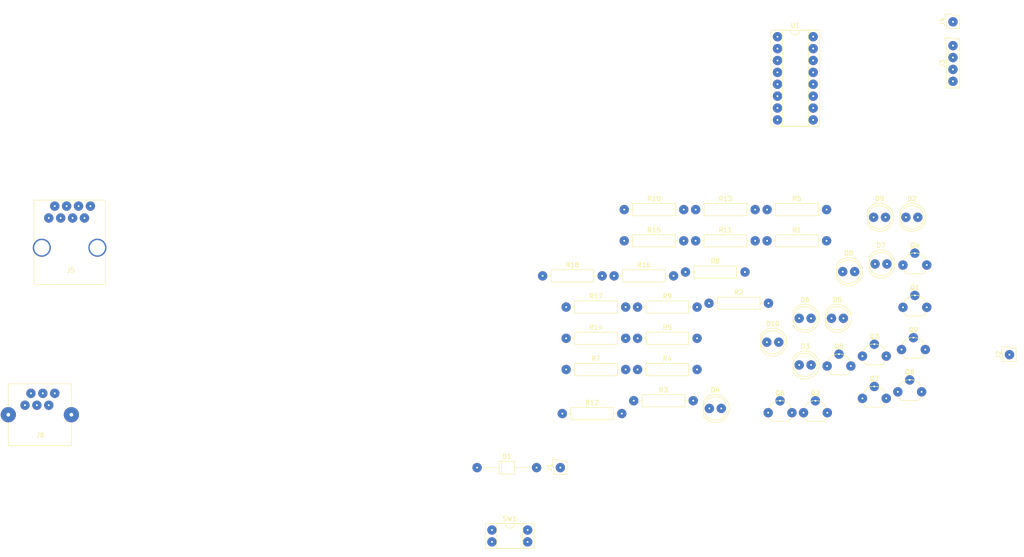
<source format=kicad_pcb>
(kicad_pcb (version 4) (host pcbnew 4.0.7)

  (general
    (links 83)
    (no_connects 83)
    (area 54.154999 46.05238 273.22 165.39)
    (thickness 1.6)
    (drawings 0)
    (tracks 0)
    (zones 0)
    (modules 45)
    (nets 46)
  )

  (page A4)
  (title_block
    (title "MainBoard PCB")
    (rev 0.1)
    (company "FoxEars Technology")
  )

  (layers
    (0 F.Cu signal)
    (31 B.Cu signal)
    (32 B.Adhes user)
    (33 F.Adhes user)
    (34 B.Paste user)
    (35 F.Paste user)
    (36 B.SilkS user)
    (37 F.SilkS user)
    (38 B.Mask user)
    (39 F.Mask user)
    (40 Dwgs.User user)
    (41 Cmts.User user)
    (42 Eco1.User user)
    (43 Eco2.User user)
    (44 Edge.Cuts user)
    (45 Margin user)
    (46 B.CrtYd user)
    (47 F.CrtYd user)
    (48 B.Fab user)
    (49 F.Fab user)
  )

  (setup
    (last_trace_width 0.25)
    (trace_clearance 0.2)
    (zone_clearance 0.508)
    (zone_45_only no)
    (trace_min 0.2)
    (segment_width 0.2)
    (edge_width 0.1)
    (via_size 0.6)
    (via_drill 0.4)
    (via_min_size 0.4)
    (via_min_drill 0.3)
    (uvia_size 0.3)
    (uvia_drill 0.1)
    (uvias_allowed no)
    (uvia_min_size 0.2)
    (uvia_min_drill 0.1)
    (pcb_text_width 0.3)
    (pcb_text_size 1.5 1.5)
    (mod_edge_width 0.15)
    (mod_text_size 1 1)
    (mod_text_width 0.15)
    (pad_size 1.5 1.5)
    (pad_drill 0.6)
    (pad_to_mask_clearance 0)
    (aux_axis_origin 0 0)
    (visible_elements FFFFFF7F)
    (pcbplotparams
      (layerselection 0x00030_80000001)
      (usegerberextensions false)
      (excludeedgelayer true)
      (linewidth 0.100000)
      (plotframeref false)
      (viasonmask false)
      (mode 1)
      (useauxorigin false)
      (hpglpennumber 1)
      (hpglpenspeed 20)
      (hpglpendiameter 15)
      (hpglpenoverlay 2)
      (psnegative false)
      (psa4output false)
      (plotreference true)
      (plotvalue true)
      (plotinvisibletext false)
      (padsonsilk false)
      (subtractmaskfromsilk false)
      (outputformat 1)
      (mirror false)
      (drillshape 1)
      (scaleselection 1)
      (outputdirectory ""))
  )

  (net 0 "")
  (net 1 "Net-(D1-Pad1)")
  (net 2 +9V)
  (net 3 P1)
  (net 4 "Net-(D2-Pad2)")
  (net 5 P2)
  (net 6 "Net-(D3-Pad2)")
  (net 7 P3)
  (net 8 "Net-(D4-Pad2)")
  (net 9 P4)
  (net 10 "Net-(D5-Pad2)")
  (net 11 P5)
  (net 12 "Net-(D6-Pad2)")
  (net 13 P6)
  (net 14 "Net-(D7-Pad2)")
  (net 15 P7)
  (net 16 "Net-(D8-Pad2)")
  (net 17 P8)
  (net 18 "Net-(D9-Pad2)")
  (net 19 P9)
  (net 20 "Net-(D10-Pad2)")
  (net 21 GND)
  (net 22 Vdd)
  (net 23 ShortIN)
  (net 24 ShortOUT)
  (net 25 CLK)
  (net 26 "Net-(Q1-Pad2)")
  (net 27 "Net-(Q2-Pad2)")
  (net 28 "Net-(Q3-Pad2)")
  (net 29 "Net-(Q4-Pad2)")
  (net 30 "Net-(Q5-Pad2)")
  (net 31 "Net-(Q6-Pad2)")
  (net 32 "Net-(Q7-Pad2)")
  (net 33 "Net-(Q8-Pad2)")
  (net 34 "Net-(Q9-Pad2)")
  (net 35 "Net-(R1-Pad2)")
  (net 36 "Net-(R2-Pad2)")
  (net 37 "Net-(R3-Pad2)")
  (net 38 "Net-(R4-Pad2)")
  (net 39 "Net-(R5-Pad2)")
  (net 40 "Net-(R6-Pad2)")
  (net 41 "Net-(R7-Pad2)")
  (net 42 "Net-(R8-Pad2)")
  (net 43 "Net-(R9-Pad2)")
  (net 44 "Net-(U1-Pad11)")
  (net 45 "Net-(U1-Pad12)")

  (net_class Default "This is the default net class."
    (clearance 0.2)
    (trace_width 0.25)
    (via_dia 0.6)
    (via_drill 0.4)
    (uvia_dia 0.3)
    (uvia_drill 0.1)
    (add_net +9V)
    (add_net CLK)
    (add_net GND)
    (add_net "Net-(D1-Pad1)")
    (add_net "Net-(D10-Pad2)")
    (add_net "Net-(D2-Pad2)")
    (add_net "Net-(D3-Pad2)")
    (add_net "Net-(D4-Pad2)")
    (add_net "Net-(D5-Pad2)")
    (add_net "Net-(D6-Pad2)")
    (add_net "Net-(D7-Pad2)")
    (add_net "Net-(D8-Pad2)")
    (add_net "Net-(D9-Pad2)")
    (add_net "Net-(Q1-Pad2)")
    (add_net "Net-(Q2-Pad2)")
    (add_net "Net-(Q3-Pad2)")
    (add_net "Net-(Q4-Pad2)")
    (add_net "Net-(Q5-Pad2)")
    (add_net "Net-(Q6-Pad2)")
    (add_net "Net-(Q7-Pad2)")
    (add_net "Net-(Q8-Pad2)")
    (add_net "Net-(Q9-Pad2)")
    (add_net "Net-(R1-Pad2)")
    (add_net "Net-(R2-Pad2)")
    (add_net "Net-(R3-Pad2)")
    (add_net "Net-(R4-Pad2)")
    (add_net "Net-(R5-Pad2)")
    (add_net "Net-(R6-Pad2)")
    (add_net "Net-(R7-Pad2)")
    (add_net "Net-(R8-Pad2)")
    (add_net "Net-(R9-Pad2)")
    (add_net "Net-(U1-Pad11)")
    (add_net "Net-(U1-Pad12)")
    (add_net P1)
    (add_net P2)
    (add_net P3)
    (add_net P4)
    (add_net P5)
    (add_net P6)
    (add_net P7)
    (add_net P8)
    (add_net P9)
    (add_net ShortIN)
    (add_net ShortOUT)
    (add_net Vdd)
  )

  (module std_lib_SRC:Diode (layer F.Cu) (tedit 5B23A555) (tstamp 5B3B81C8)
    (at 156.21 146.05)
    (descr "D, pin pitch=12.7mm")
    (tags diode)
    (path /5B3B88F7)
    (fp_text reference D1 (at 6.35 -2.36) (layer F.SilkS)
      (effects (font (size 1 1) (thickness 0.15)))
    )
    (fp_text value 1N4148 (at 6.35 2.36) (layer F.Fab)
      (effects (font (size 1 1) (thickness 0.15)))
    )
    (fp_text user %R (at 6.604 0) (layer F.Fab)
      (effects (font (size 0.75 0.75) (thickness 0.15)))
    )
    (fp_line (start 4.75 -1.3) (end 4.75 1.3) (layer F.Fab) (width 0.1))
    (fp_line (start 4.75 1.3) (end 7.95 1.3) (layer F.Fab) (width 0.1))
    (fp_line (start 7.95 1.3) (end 7.95 -1.3) (layer F.Fab) (width 0.1))
    (fp_line (start 7.95 -1.3) (end 4.75 -1.3) (layer F.Fab) (width 0.1))
    (fp_line (start 0 0) (end 4.75 0) (layer F.Fab) (width 0.1))
    (fp_line (start 12.7 0) (end 7.95 0) (layer F.Fab) (width 0.1))
    (fp_line (start 5.23 -1.3) (end 5.23 1.3) (layer F.Fab) (width 0.1))
    (fp_line (start 4.69 -1.36) (end 4.69 1.36) (layer F.SilkS) (width 0.12))
    (fp_line (start 4.69 1.36) (end 8.01 1.36) (layer F.SilkS) (width 0.12))
    (fp_line (start 8.01 1.36) (end 8.01 -1.36) (layer F.SilkS) (width 0.12))
    (fp_line (start 8.01 -1.36) (end 4.69 -1.36) (layer F.SilkS) (width 0.12))
    (fp_line (start 1.18 0) (end 4.69 0) (layer F.SilkS) (width 0.12))
    (fp_line (start 11.52 0) (end 8.01 0) (layer F.SilkS) (width 0.12))
    (fp_line (start 5.23 -1.36) (end 5.23 1.36) (layer F.SilkS) (width 0.12))
    (fp_line (start -1.25 -1.65) (end -1.25 1.65) (layer F.CrtYd) (width 0.05))
    (fp_line (start -1.25 1.65) (end 13.95 1.65) (layer F.CrtYd) (width 0.05))
    (fp_line (start 13.95 1.65) (end 13.95 -1.65) (layer F.CrtYd) (width 0.05))
    (fp_line (start 13.95 -1.65) (end -1.25 -1.65) (layer F.CrtYd) (width 0.05))
    (pad 1 thru_hole circle (at 0 0) (size 2 2) (drill 0.4) (layers *.Cu *.Mask)
      (net 1 "Net-(D1-Pad1)"))
    (pad 2 thru_hole circle (at 12.7 0) (size 2 2) (drill 0.4) (layers *.Cu *.Mask)
      (net 2 +9V))
    (model ${KISYS3DMOD}/Diodes_THT.3dshapes/D_T-1_P12.70mm_Horizontal.wrl
      (at (xyz 0 0 0))
      (scale (xyz 0.393701 0.393701 0.393701))
      (rotate (xyz 0 0 0))
    )
  )

  (module std_lib_SRC:LED_D5.0mm (layer F.Cu) (tedit 5B3B5AF4) (tstamp 5B3B81DA)
    (at 247.765001 92.565)
    (descr "LED, diameter 5.0mm, 2 pins")
    (tags "LED diameter 5.0mm 2 pins")
    (path /5B3B8E67)
    (fp_text reference D2 (at 1.27 -3.96) (layer F.SilkS)
      (effects (font (size 1 1) (thickness 0.15)))
    )
    (fp_text value LED (at 1.27 3.96) (layer F.Fab)
      (effects (font (size 1 1) (thickness 0.15)))
    )
    (fp_arc (start 1.27 0) (end -1.23 -1.469694) (angle 299.1) (layer F.Fab) (width 0.1))
    (fp_arc (start 1.27 0) (end -1.29 -1.54483) (angle 148.9) (layer F.SilkS) (width 0.12))
    (fp_arc (start 1.27 0) (end -1.29 1.54483) (angle -148.9) (layer F.SilkS) (width 0.12))
    (fp_circle (center 1.27 0) (end 3.77 0) (layer F.Fab) (width 0.1))
    (fp_circle (center 1.27 0) (end 3.77 0) (layer F.SilkS) (width 0.12))
    (fp_line (start -1.23 -1.469694) (end -1.23 1.469694) (layer F.Fab) (width 0.1))
    (fp_line (start -1.29 -1.545) (end -1.29 1.545) (layer F.SilkS) (width 0.12))
    (fp_line (start -1.95 -3.25) (end -1.95 3.25) (layer F.CrtYd) (width 0.05))
    (fp_line (start -1.95 3.25) (end 4.5 3.25) (layer F.CrtYd) (width 0.05))
    (fp_line (start 4.5 3.25) (end 4.5 -3.25) (layer F.CrtYd) (width 0.05))
    (fp_line (start 4.5 -3.25) (end -1.95 -3.25) (layer F.CrtYd) (width 0.05))
    (fp_text user %R (at 1.25 0) (layer F.Fab)
      (effects (font (size 0.8 0.8) (thickness 0.2)))
    )
    (pad 1 thru_hole circle (at 0 0) (size 2 2) (drill 0.4) (layers *.Cu *.Mask)
      (net 3 P1))
    (pad 2 thru_hole circle (at 2.54 0) (size 2 2) (drill 0.4) (layers *.Cu *.Mask)
      (net 4 "Net-(D2-Pad2)"))
    (model ${KISYS3DMOD}/LEDs.3dshapes/LED_D5.0mm.wrl
      (at (xyz 0 0 0))
      (scale (xyz 0.393701 0.393701 0.393701))
      (rotate (xyz 0 0 0))
    )
  )

  (module std_lib_SRC:LED_D5.0mm (layer F.Cu) (tedit 5B3B5AF4) (tstamp 5B3B81EC)
    (at 224.975001 124.115)
    (descr "LED, diameter 5.0mm, 2 pins")
    (tags "LED diameter 5.0mm 2 pins")
    (path /5B3B9497)
    (fp_text reference D3 (at 1.27 -3.96) (layer F.SilkS)
      (effects (font (size 1 1) (thickness 0.15)))
    )
    (fp_text value LED (at 1.27 3.96) (layer F.Fab)
      (effects (font (size 1 1) (thickness 0.15)))
    )
    (fp_arc (start 1.27 0) (end -1.23 -1.469694) (angle 299.1) (layer F.Fab) (width 0.1))
    (fp_arc (start 1.27 0) (end -1.29 -1.54483) (angle 148.9) (layer F.SilkS) (width 0.12))
    (fp_arc (start 1.27 0) (end -1.29 1.54483) (angle -148.9) (layer F.SilkS) (width 0.12))
    (fp_circle (center 1.27 0) (end 3.77 0) (layer F.Fab) (width 0.1))
    (fp_circle (center 1.27 0) (end 3.77 0) (layer F.SilkS) (width 0.12))
    (fp_line (start -1.23 -1.469694) (end -1.23 1.469694) (layer F.Fab) (width 0.1))
    (fp_line (start -1.29 -1.545) (end -1.29 1.545) (layer F.SilkS) (width 0.12))
    (fp_line (start -1.95 -3.25) (end -1.95 3.25) (layer F.CrtYd) (width 0.05))
    (fp_line (start -1.95 3.25) (end 4.5 3.25) (layer F.CrtYd) (width 0.05))
    (fp_line (start 4.5 3.25) (end 4.5 -3.25) (layer F.CrtYd) (width 0.05))
    (fp_line (start 4.5 -3.25) (end -1.95 -3.25) (layer F.CrtYd) (width 0.05))
    (fp_text user %R (at 1.25 0) (layer F.Fab)
      (effects (font (size 0.8 0.8) (thickness 0.2)))
    )
    (pad 1 thru_hole circle (at 0 0) (size 2 2) (drill 0.4) (layers *.Cu *.Mask)
      (net 5 P2))
    (pad 2 thru_hole circle (at 2.54 0) (size 2 2) (drill 0.4) (layers *.Cu *.Mask)
      (net 6 "Net-(D3-Pad2)"))
    (model ${KISYS3DMOD}/LEDs.3dshapes/LED_D5.0mm.wrl
      (at (xyz 0 0 0))
      (scale (xyz 0.393701 0.393701 0.393701))
      (rotate (xyz 0 0 0))
    )
  )

  (module std_lib_SRC:LED_D5.0mm (layer F.Cu) (tedit 5B3B5AF4) (tstamp 5B3B81FE)
    (at 205.805001 133.405)
    (descr "LED, diameter 5.0mm, 2 pins")
    (tags "LED diameter 5.0mm 2 pins")
    (path /5B3B95F3)
    (fp_text reference D4 (at 1.27 -3.96) (layer F.SilkS)
      (effects (font (size 1 1) (thickness 0.15)))
    )
    (fp_text value LED (at 1.27 3.96) (layer F.Fab)
      (effects (font (size 1 1) (thickness 0.15)))
    )
    (fp_arc (start 1.27 0) (end -1.23 -1.469694) (angle 299.1) (layer F.Fab) (width 0.1))
    (fp_arc (start 1.27 0) (end -1.29 -1.54483) (angle 148.9) (layer F.SilkS) (width 0.12))
    (fp_arc (start 1.27 0) (end -1.29 1.54483) (angle -148.9) (layer F.SilkS) (width 0.12))
    (fp_circle (center 1.27 0) (end 3.77 0) (layer F.Fab) (width 0.1))
    (fp_circle (center 1.27 0) (end 3.77 0) (layer F.SilkS) (width 0.12))
    (fp_line (start -1.23 -1.469694) (end -1.23 1.469694) (layer F.Fab) (width 0.1))
    (fp_line (start -1.29 -1.545) (end -1.29 1.545) (layer F.SilkS) (width 0.12))
    (fp_line (start -1.95 -3.25) (end -1.95 3.25) (layer F.CrtYd) (width 0.05))
    (fp_line (start -1.95 3.25) (end 4.5 3.25) (layer F.CrtYd) (width 0.05))
    (fp_line (start 4.5 3.25) (end 4.5 -3.25) (layer F.CrtYd) (width 0.05))
    (fp_line (start 4.5 -3.25) (end -1.95 -3.25) (layer F.CrtYd) (width 0.05))
    (fp_text user %R (at 1.25 0) (layer F.Fab)
      (effects (font (size 0.8 0.8) (thickness 0.2)))
    )
    (pad 1 thru_hole circle (at 0 0) (size 2 2) (drill 0.4) (layers *.Cu *.Mask)
      (net 7 P3))
    (pad 2 thru_hole circle (at 2.54 0) (size 2 2) (drill 0.4) (layers *.Cu *.Mask)
      (net 8 "Net-(D4-Pad2)"))
    (model ${KISYS3DMOD}/LEDs.3dshapes/LED_D5.0mm.wrl
      (at (xyz 0 0 0))
      (scale (xyz 0.393701 0.393701 0.393701))
      (rotate (xyz 0 0 0))
    )
  )

  (module std_lib_SRC:LED_D5.0mm (layer F.Cu) (tedit 5B3B5AF4) (tstamp 5B3B8210)
    (at 231.875001 114.145)
    (descr "LED, diameter 5.0mm, 2 pins")
    (tags "LED diameter 5.0mm 2 pins")
    (path /5B3B9896)
    (fp_text reference D5 (at 1.27 -3.96) (layer F.SilkS)
      (effects (font (size 1 1) (thickness 0.15)))
    )
    (fp_text value LED (at 1.27 3.96) (layer F.Fab)
      (effects (font (size 1 1) (thickness 0.15)))
    )
    (fp_arc (start 1.27 0) (end -1.23 -1.469694) (angle 299.1) (layer F.Fab) (width 0.1))
    (fp_arc (start 1.27 0) (end -1.29 -1.54483) (angle 148.9) (layer F.SilkS) (width 0.12))
    (fp_arc (start 1.27 0) (end -1.29 1.54483) (angle -148.9) (layer F.SilkS) (width 0.12))
    (fp_circle (center 1.27 0) (end 3.77 0) (layer F.Fab) (width 0.1))
    (fp_circle (center 1.27 0) (end 3.77 0) (layer F.SilkS) (width 0.12))
    (fp_line (start -1.23 -1.469694) (end -1.23 1.469694) (layer F.Fab) (width 0.1))
    (fp_line (start -1.29 -1.545) (end -1.29 1.545) (layer F.SilkS) (width 0.12))
    (fp_line (start -1.95 -3.25) (end -1.95 3.25) (layer F.CrtYd) (width 0.05))
    (fp_line (start -1.95 3.25) (end 4.5 3.25) (layer F.CrtYd) (width 0.05))
    (fp_line (start 4.5 3.25) (end 4.5 -3.25) (layer F.CrtYd) (width 0.05))
    (fp_line (start 4.5 -3.25) (end -1.95 -3.25) (layer F.CrtYd) (width 0.05))
    (fp_text user %R (at 1.25 0) (layer F.Fab)
      (effects (font (size 0.8 0.8) (thickness 0.2)))
    )
    (pad 1 thru_hole circle (at 0 0) (size 2 2) (drill 0.4) (layers *.Cu *.Mask)
      (net 9 P4))
    (pad 2 thru_hole circle (at 2.54 0) (size 2 2) (drill 0.4) (layers *.Cu *.Mask)
      (net 10 "Net-(D5-Pad2)"))
    (model ${KISYS3DMOD}/LEDs.3dshapes/LED_D5.0mm.wrl
      (at (xyz 0 0 0))
      (scale (xyz 0.393701 0.393701 0.393701))
      (rotate (xyz 0 0 0))
    )
  )

  (module std_lib_SRC:LED_D5.0mm (layer F.Cu) (tedit 5B3B5AF4) (tstamp 5B3B8222)
    (at 224.975001 114.145)
    (descr "LED, diameter 5.0mm, 2 pins")
    (tags "LED diameter 5.0mm 2 pins")
    (path /5B3B9A70)
    (fp_text reference D6 (at 1.27 -3.96) (layer F.SilkS)
      (effects (font (size 1 1) (thickness 0.15)))
    )
    (fp_text value LED (at 1.27 3.96) (layer F.Fab)
      (effects (font (size 1 1) (thickness 0.15)))
    )
    (fp_arc (start 1.27 0) (end -1.23 -1.469694) (angle 299.1) (layer F.Fab) (width 0.1))
    (fp_arc (start 1.27 0) (end -1.29 -1.54483) (angle 148.9) (layer F.SilkS) (width 0.12))
    (fp_arc (start 1.27 0) (end -1.29 1.54483) (angle -148.9) (layer F.SilkS) (width 0.12))
    (fp_circle (center 1.27 0) (end 3.77 0) (layer F.Fab) (width 0.1))
    (fp_circle (center 1.27 0) (end 3.77 0) (layer F.SilkS) (width 0.12))
    (fp_line (start -1.23 -1.469694) (end -1.23 1.469694) (layer F.Fab) (width 0.1))
    (fp_line (start -1.29 -1.545) (end -1.29 1.545) (layer F.SilkS) (width 0.12))
    (fp_line (start -1.95 -3.25) (end -1.95 3.25) (layer F.CrtYd) (width 0.05))
    (fp_line (start -1.95 3.25) (end 4.5 3.25) (layer F.CrtYd) (width 0.05))
    (fp_line (start 4.5 3.25) (end 4.5 -3.25) (layer F.CrtYd) (width 0.05))
    (fp_line (start 4.5 -3.25) (end -1.95 -3.25) (layer F.CrtYd) (width 0.05))
    (fp_text user %R (at 1.25 0) (layer F.Fab)
      (effects (font (size 0.8 0.8) (thickness 0.2)))
    )
    (pad 1 thru_hole circle (at 0 0) (size 2 2) (drill 0.4) (layers *.Cu *.Mask)
      (net 11 P5))
    (pad 2 thru_hole circle (at 2.54 0) (size 2 2) (drill 0.4) (layers *.Cu *.Mask)
      (net 12 "Net-(D6-Pad2)"))
    (model ${KISYS3DMOD}/LEDs.3dshapes/LED_D5.0mm.wrl
      (at (xyz 0 0 0))
      (scale (xyz 0.393701 0.393701 0.393701))
      (rotate (xyz 0 0 0))
    )
  )

  (module std_lib_SRC:LED_D5.0mm (layer F.Cu) (tedit 5B3B5AF4) (tstamp 5B3B8234)
    (at 241.175001 102.535)
    (descr "LED, diameter 5.0mm, 2 pins")
    (tags "LED diameter 5.0mm 2 pins")
    (path /5B3B9C55)
    (fp_text reference D7 (at 1.27 -3.96) (layer F.SilkS)
      (effects (font (size 1 1) (thickness 0.15)))
    )
    (fp_text value LED (at 1.27 3.96) (layer F.Fab)
      (effects (font (size 1 1) (thickness 0.15)))
    )
    (fp_arc (start 1.27 0) (end -1.23 -1.469694) (angle 299.1) (layer F.Fab) (width 0.1))
    (fp_arc (start 1.27 0) (end -1.29 -1.54483) (angle 148.9) (layer F.SilkS) (width 0.12))
    (fp_arc (start 1.27 0) (end -1.29 1.54483) (angle -148.9) (layer F.SilkS) (width 0.12))
    (fp_circle (center 1.27 0) (end 3.77 0) (layer F.Fab) (width 0.1))
    (fp_circle (center 1.27 0) (end 3.77 0) (layer F.SilkS) (width 0.12))
    (fp_line (start -1.23 -1.469694) (end -1.23 1.469694) (layer F.Fab) (width 0.1))
    (fp_line (start -1.29 -1.545) (end -1.29 1.545) (layer F.SilkS) (width 0.12))
    (fp_line (start -1.95 -3.25) (end -1.95 3.25) (layer F.CrtYd) (width 0.05))
    (fp_line (start -1.95 3.25) (end 4.5 3.25) (layer F.CrtYd) (width 0.05))
    (fp_line (start 4.5 3.25) (end 4.5 -3.25) (layer F.CrtYd) (width 0.05))
    (fp_line (start 4.5 -3.25) (end -1.95 -3.25) (layer F.CrtYd) (width 0.05))
    (fp_text user %R (at 1.25 0) (layer F.Fab)
      (effects (font (size 0.8 0.8) (thickness 0.2)))
    )
    (pad 1 thru_hole circle (at 0 0) (size 2 2) (drill 0.4) (layers *.Cu *.Mask)
      (net 13 P6))
    (pad 2 thru_hole circle (at 2.54 0) (size 2 2) (drill 0.4) (layers *.Cu *.Mask)
      (net 14 "Net-(D7-Pad2)"))
    (model ${KISYS3DMOD}/LEDs.3dshapes/LED_D5.0mm.wrl
      (at (xyz 0 0 0))
      (scale (xyz 0.393701 0.393701 0.393701))
      (rotate (xyz 0 0 0))
    )
  )

  (module std_lib_SRC:LED_D5.0mm (layer F.Cu) (tedit 5B3B5AF4) (tstamp 5B3B8246)
    (at 234.275001 104.175)
    (descr "LED, diameter 5.0mm, 2 pins")
    (tags "LED diameter 5.0mm 2 pins")
    (path /5B3BA20F)
    (fp_text reference D8 (at 1.27 -3.96) (layer F.SilkS)
      (effects (font (size 1 1) (thickness 0.15)))
    )
    (fp_text value LED (at 1.27 3.96) (layer F.Fab)
      (effects (font (size 1 1) (thickness 0.15)))
    )
    (fp_arc (start 1.27 0) (end -1.23 -1.469694) (angle 299.1) (layer F.Fab) (width 0.1))
    (fp_arc (start 1.27 0) (end -1.29 -1.54483) (angle 148.9) (layer F.SilkS) (width 0.12))
    (fp_arc (start 1.27 0) (end -1.29 1.54483) (angle -148.9) (layer F.SilkS) (width 0.12))
    (fp_circle (center 1.27 0) (end 3.77 0) (layer F.Fab) (width 0.1))
    (fp_circle (center 1.27 0) (end 3.77 0) (layer F.SilkS) (width 0.12))
    (fp_line (start -1.23 -1.469694) (end -1.23 1.469694) (layer F.Fab) (width 0.1))
    (fp_line (start -1.29 -1.545) (end -1.29 1.545) (layer F.SilkS) (width 0.12))
    (fp_line (start -1.95 -3.25) (end -1.95 3.25) (layer F.CrtYd) (width 0.05))
    (fp_line (start -1.95 3.25) (end 4.5 3.25) (layer F.CrtYd) (width 0.05))
    (fp_line (start 4.5 3.25) (end 4.5 -3.25) (layer F.CrtYd) (width 0.05))
    (fp_line (start 4.5 -3.25) (end -1.95 -3.25) (layer F.CrtYd) (width 0.05))
    (fp_text user %R (at 1.25 0) (layer F.Fab)
      (effects (font (size 0.8 0.8) (thickness 0.2)))
    )
    (pad 1 thru_hole circle (at 0 0) (size 2 2) (drill 0.4) (layers *.Cu *.Mask)
      (net 15 P7))
    (pad 2 thru_hole circle (at 2.54 0) (size 2 2) (drill 0.4) (layers *.Cu *.Mask)
      (net 16 "Net-(D8-Pad2)"))
    (model ${KISYS3DMOD}/LEDs.3dshapes/LED_D5.0mm.wrl
      (at (xyz 0 0 0))
      (scale (xyz 0.393701 0.393701 0.393701))
      (rotate (xyz 0 0 0))
    )
  )

  (module std_lib_SRC:LED_D5.0mm (layer F.Cu) (tedit 5B3B5AF4) (tstamp 5B3B8258)
    (at 240.865001 92.565)
    (descr "LED, diameter 5.0mm, 2 pins")
    (tags "LED diameter 5.0mm 2 pins")
    (path /5B3BA9DE)
    (fp_text reference D9 (at 1.27 -3.96) (layer F.SilkS)
      (effects (font (size 1 1) (thickness 0.15)))
    )
    (fp_text value LED (at 1.27 3.96) (layer F.Fab)
      (effects (font (size 1 1) (thickness 0.15)))
    )
    (fp_arc (start 1.27 0) (end -1.23 -1.469694) (angle 299.1) (layer F.Fab) (width 0.1))
    (fp_arc (start 1.27 0) (end -1.29 -1.54483) (angle 148.9) (layer F.SilkS) (width 0.12))
    (fp_arc (start 1.27 0) (end -1.29 1.54483) (angle -148.9) (layer F.SilkS) (width 0.12))
    (fp_circle (center 1.27 0) (end 3.77 0) (layer F.Fab) (width 0.1))
    (fp_circle (center 1.27 0) (end 3.77 0) (layer F.SilkS) (width 0.12))
    (fp_line (start -1.23 -1.469694) (end -1.23 1.469694) (layer F.Fab) (width 0.1))
    (fp_line (start -1.29 -1.545) (end -1.29 1.545) (layer F.SilkS) (width 0.12))
    (fp_line (start -1.95 -3.25) (end -1.95 3.25) (layer F.CrtYd) (width 0.05))
    (fp_line (start -1.95 3.25) (end 4.5 3.25) (layer F.CrtYd) (width 0.05))
    (fp_line (start 4.5 3.25) (end 4.5 -3.25) (layer F.CrtYd) (width 0.05))
    (fp_line (start 4.5 -3.25) (end -1.95 -3.25) (layer F.CrtYd) (width 0.05))
    (fp_text user %R (at 1.25 0) (layer F.Fab)
      (effects (font (size 0.8 0.8) (thickness 0.2)))
    )
    (pad 1 thru_hole circle (at 0 0) (size 2 2) (drill 0.4) (layers *.Cu *.Mask)
      (net 17 P8))
    (pad 2 thru_hole circle (at 2.54 0) (size 2 2) (drill 0.4) (layers *.Cu *.Mask)
      (net 18 "Net-(D9-Pad2)"))
    (model ${KISYS3DMOD}/LEDs.3dshapes/LED_D5.0mm.wrl
      (at (xyz 0 0 0))
      (scale (xyz 0.393701 0.393701 0.393701))
      (rotate (xyz 0 0 0))
    )
  )

  (module std_lib_SRC:LED_D5.0mm (layer F.Cu) (tedit 5B3B5AF4) (tstamp 5B3B826A)
    (at 218.075001 119.245)
    (descr "LED, diameter 5.0mm, 2 pins")
    (tags "LED diameter 5.0mm 2 pins")
    (path /5B3BDAAF)
    (fp_text reference D10 (at 1.27 -3.96) (layer F.SilkS)
      (effects (font (size 1 1) (thickness 0.15)))
    )
    (fp_text value LED (at 1.27 3.96) (layer F.Fab)
      (effects (font (size 1 1) (thickness 0.15)))
    )
    (fp_arc (start 1.27 0) (end -1.23 -1.469694) (angle 299.1) (layer F.Fab) (width 0.1))
    (fp_arc (start 1.27 0) (end -1.29 -1.54483) (angle 148.9) (layer F.SilkS) (width 0.12))
    (fp_arc (start 1.27 0) (end -1.29 1.54483) (angle -148.9) (layer F.SilkS) (width 0.12))
    (fp_circle (center 1.27 0) (end 3.77 0) (layer F.Fab) (width 0.1))
    (fp_circle (center 1.27 0) (end 3.77 0) (layer F.SilkS) (width 0.12))
    (fp_line (start -1.23 -1.469694) (end -1.23 1.469694) (layer F.Fab) (width 0.1))
    (fp_line (start -1.29 -1.545) (end -1.29 1.545) (layer F.SilkS) (width 0.12))
    (fp_line (start -1.95 -3.25) (end -1.95 3.25) (layer F.CrtYd) (width 0.05))
    (fp_line (start -1.95 3.25) (end 4.5 3.25) (layer F.CrtYd) (width 0.05))
    (fp_line (start 4.5 3.25) (end 4.5 -3.25) (layer F.CrtYd) (width 0.05))
    (fp_line (start 4.5 -3.25) (end -1.95 -3.25) (layer F.CrtYd) (width 0.05))
    (fp_text user %R (at 1.25 0) (layer F.Fab)
      (effects (font (size 0.8 0.8) (thickness 0.2)))
    )
    (pad 1 thru_hole circle (at 0 0) (size 2 2) (drill 0.4) (layers *.Cu *.Mask)
      (net 19 P9))
    (pad 2 thru_hole circle (at 2.54 0) (size 2 2) (drill 0.4) (layers *.Cu *.Mask)
      (net 20 "Net-(D10-Pad2)"))
    (model ${KISYS3DMOD}/LEDs.3dshapes/LED_D5.0mm.wrl
      (at (xyz 0 0 0))
      (scale (xyz 0.393701 0.393701 0.393701))
      (rotate (xyz 0 0 0))
    )
  )

  (module std_lib_SRC:CONN_1x01 (layer F.Cu) (tedit 5B20CEDE) (tstamp 5B3B8282)
    (at 173.99 146.05)
    (descr "Low profile, screw machine socket strip, through hole, 100mil / 2.54mm pitch")
    (tags connector)
    (path /5B3B7636)
    (fp_text reference J1 (at -2.27 0 90) (layer F.SilkS)
      (effects (font (size 1 1) (thickness 0.15)))
    )
    (fp_text value Conn_01x01 (at 2.27 0 90) (layer F.Fab)
      (effects (font (size 1 1) (thickness 0.15)))
    )
    (fp_line (start -0.17 -1.42) (end 1.42 -1.42) (layer F.SilkS) (width 0.12))
    (fp_line (start 1.42 -1.42) (end 1.42 1.42) (layer F.SilkS) (width 0.12))
    (fp_line (start 1.42 1.42) (end -1.42 1.42) (layer F.SilkS) (width 0.12))
    (fp_line (start -1.42 1.42) (end -1.42 -0.17) (layer F.SilkS) (width 0.12))
    (fp_line (start -0.27 -1.67) (end -1.67 -1.67) (layer F.SilkS) (width 0.12))
    (fp_line (start -1.67 -1.67) (end -1.67 -0.27) (layer F.SilkS) (width 0.12))
    (fp_line (start -0.27 -1.67) (end -1.67 -1.67) (layer F.Fab) (width 0.1))
    (fp_line (start -1.67 -1.67) (end -1.67 -0.27) (layer F.Fab) (width 0.1))
    (fp_line (start -1.27 -1.27) (end -1.27 1.27) (layer F.Fab) (width 0.1))
    (fp_line (start -1.27 1.27) (end 1.27 1.27) (layer F.Fab) (width 0.1))
    (fp_line (start 1.27 1.27) (end 1.27 -1.27) (layer F.Fab) (width 0.1))
    (fp_line (start 1.27 -1.27) (end -1.27 -1.27) (layer F.Fab) (width 0.1))
    (fp_line (start -1.77 -1.77) (end -1.77 1.77) (layer F.CrtYd) (width 0.05))
    (fp_line (start -1.77 1.77) (end 1.77 1.77) (layer F.CrtYd) (width 0.05))
    (fp_line (start 1.77 1.77) (end 1.77 -1.77) (layer F.CrtYd) (width 0.05))
    (fp_line (start 1.77 -1.77) (end -1.77 -1.77) (layer F.CrtYd) (width 0.05))
    (fp_line (start -1.27 1.27) (end -1.07 1.27) (layer F.Fab) (width 0.1))
    (fp_line (start 1.27 1.27) (end 1.07 1.27) (layer F.Fab) (width 0.1))
    (fp_text user %R (at 0 0 90) (layer F.Fab)
      (effects (font (size 1 1) (thickness 0.15)))
    )
    (pad 1 thru_hole circle (at 0 0) (size 2 2) (drill 0.4) (layers *.Cu *.Mask)
      (net 2 +9V))
    (model ${KISYS3DMOD}/Connectors_Samtec.3dshapes/SL-101-X-XX_1x01.wrl
      (at (xyz 0 0 0))
      (scale (xyz 1 1 1))
      (rotate (xyz 0 0 0))
    )
  )

  (module std_lib_SRC:CONN_1x01 (layer F.Cu) (tedit 5B20CEDE) (tstamp 5B3B829A)
    (at 269.875 121.92)
    (descr "Low profile, screw machine socket strip, through hole, 100mil / 2.54mm pitch")
    (tags connector)
    (path /5B3B7B2D)
    (fp_text reference J2 (at -2.27 0 90) (layer F.SilkS)
      (effects (font (size 1 1) (thickness 0.15)))
    )
    (fp_text value Conn_01x01 (at 2.27 0 90) (layer F.Fab)
      (effects (font (size 1 1) (thickness 0.15)))
    )
    (fp_line (start -0.17 -1.42) (end 1.42 -1.42) (layer F.SilkS) (width 0.12))
    (fp_line (start 1.42 -1.42) (end 1.42 1.42) (layer F.SilkS) (width 0.12))
    (fp_line (start 1.42 1.42) (end -1.42 1.42) (layer F.SilkS) (width 0.12))
    (fp_line (start -1.42 1.42) (end -1.42 -0.17) (layer F.SilkS) (width 0.12))
    (fp_line (start -0.27 -1.67) (end -1.67 -1.67) (layer F.SilkS) (width 0.12))
    (fp_line (start -1.67 -1.67) (end -1.67 -0.27) (layer F.SilkS) (width 0.12))
    (fp_line (start -0.27 -1.67) (end -1.67 -1.67) (layer F.Fab) (width 0.1))
    (fp_line (start -1.67 -1.67) (end -1.67 -0.27) (layer F.Fab) (width 0.1))
    (fp_line (start -1.27 -1.27) (end -1.27 1.27) (layer F.Fab) (width 0.1))
    (fp_line (start -1.27 1.27) (end 1.27 1.27) (layer F.Fab) (width 0.1))
    (fp_line (start 1.27 1.27) (end 1.27 -1.27) (layer F.Fab) (width 0.1))
    (fp_line (start 1.27 -1.27) (end -1.27 -1.27) (layer F.Fab) (width 0.1))
    (fp_line (start -1.77 -1.77) (end -1.77 1.77) (layer F.CrtYd) (width 0.05))
    (fp_line (start -1.77 1.77) (end 1.77 1.77) (layer F.CrtYd) (width 0.05))
    (fp_line (start 1.77 1.77) (end 1.77 -1.77) (layer F.CrtYd) (width 0.05))
    (fp_line (start 1.77 -1.77) (end -1.77 -1.77) (layer F.CrtYd) (width 0.05))
    (fp_line (start -1.27 1.27) (end -1.07 1.27) (layer F.Fab) (width 0.1))
    (fp_line (start 1.27 1.27) (end 1.07 1.27) (layer F.Fab) (width 0.1))
    (fp_text user %R (at 0 0 90) (layer F.Fab)
      (effects (font (size 1 1) (thickness 0.15)))
    )
    (pad 1 thru_hole circle (at 0 0) (size 2 2) (drill 0.4) (layers *.Cu *.Mask)
      (net 21 GND))
    (model ${KISYS3DMOD}/Connectors_Samtec.3dshapes/SL-101-X-XX_1x01.wrl
      (at (xyz 0 0 0))
      (scale (xyz 1 1 1))
      (rotate (xyz 0 0 0))
    )
  )

  (module std_lib_SRC:CONN_1x04 (layer F.Cu) (tedit 5B20D15B) (tstamp 5B3B82BB)
    (at 257.81 55.88)
    (descr "Low profile, screw machine socket strip, through hole, 100mil / 2.54mm pitch")
    (tags connector)
    (path /5B3B7C44)
    (fp_text reference J3 (at -2.27 3.81 90) (layer F.SilkS)
      (effects (font (size 1 1) (thickness 0.15)))
    )
    (fp_text value Conn_01x04 (at 2.27 3.81 90) (layer F.Fab)
      (effects (font (size 1 1) (thickness 0.15)))
    )
    (fp_line (start -0.17 -1.42) (end 1.42 -1.42) (layer F.SilkS) (width 0.12))
    (fp_line (start 1.42 -1.42) (end 1.42 9.04) (layer F.SilkS) (width 0.12))
    (fp_line (start 1.42 9.04) (end -1.42 9.04) (layer F.SilkS) (width 0.12))
    (fp_line (start -1.42 9.04) (end -1.42 -0.17) (layer F.SilkS) (width 0.12))
    (fp_line (start -0.27 -1.67) (end -1.67 -1.67) (layer F.SilkS) (width 0.12))
    (fp_line (start -1.67 -1.67) (end -1.67 -0.27) (layer F.SilkS) (width 0.12))
    (fp_line (start -0.27 -1.67) (end -1.67 -1.67) (layer F.Fab) (width 0.1))
    (fp_line (start -1.67 -1.67) (end -1.67 -0.27) (layer F.Fab) (width 0.1))
    (fp_line (start -1.27 -1.27) (end -1.27 8.89) (layer F.Fab) (width 0.1))
    (fp_line (start -1.27 8.89) (end 1.27 8.89) (layer F.Fab) (width 0.1))
    (fp_line (start 1.27 8.89) (end 1.27 -1.27) (layer F.Fab) (width 0.1))
    (fp_line (start 1.27 -1.27) (end -1.27 -1.27) (layer F.Fab) (width 0.1))
    (fp_line (start -1.77 -1.77) (end -1.77 9.39) (layer F.CrtYd) (width 0.05))
    (fp_line (start -1.77 9.39) (end 1.77 9.39) (layer F.CrtYd) (width 0.05))
    (fp_line (start 1.77 9.39) (end 1.77 -1.77) (layer F.CrtYd) (width 0.05))
    (fp_line (start 1.77 -1.77) (end -1.77 -1.77) (layer F.CrtYd) (width 0.05))
    (fp_line (start -1.27 1.27) (end -1.07 1.27) (layer F.Fab) (width 0.1))
    (fp_line (start 1.27 1.27) (end 1.07 1.27) (layer F.Fab) (width 0.1))
    (fp_line (start -1.27 3.81) (end -1.07 3.81) (layer F.Fab) (width 0.1))
    (fp_line (start 1.27 3.81) (end 1.07 3.81) (layer F.Fab) (width 0.1))
    (fp_line (start -1.27 6.35) (end -1.07 6.35) (layer F.Fab) (width 0.1))
    (fp_line (start 1.27 6.35) (end 1.07 6.35) (layer F.Fab) (width 0.1))
    (fp_line (start -1.27 8.89) (end -1.07 8.89) (layer F.Fab) (width 0.1))
    (fp_line (start 1.27 8.89) (end 1.07 8.89) (layer F.Fab) (width 0.1))
    (fp_text user %R (at 0 3.81 90) (layer F.Fab)
      (effects (font (size 1 1) (thickness 0.15)))
    )
    (pad 1 thru_hole circle (at 0 0) (size 2 2) (drill 0.4) (layers *.Cu *.Mask)
      (net 22 Vdd))
    (pad 2 thru_hole circle (at 0 2.54) (size 2 2) (drill 0.4) (layers *.Cu *.Mask)
      (net 21 GND))
    (pad 3 thru_hole circle (at 0 5.08) (size 2 2) (drill 0.4) (layers *.Cu *.Mask)
      (net 23 ShortIN))
    (pad 4 thru_hole circle (at 0 7.62) (size 2 2) (drill 0.4) (layers *.Cu *.Mask)
      (net 24 ShortOUT))
    (model ${KISYS3DMOD}/Connectors_Samtec.3dshapes/SL-104-X-XX_1x04.wrl
      (at (xyz 0 0 0))
      (scale (xyz 1 1 1))
      (rotate (xyz 0 0 0))
    )
  )

  (module std_lib_SRC:CONN_1x01 (layer F.Cu) (tedit 5B20CEDE) (tstamp 5B3B82D3)
    (at 257.81 50.8)
    (descr "Low profile, screw machine socket strip, through hole, 100mil / 2.54mm pitch")
    (tags connector)
    (path /5B3B7B84)
    (fp_text reference J4 (at -2.27 0 90) (layer F.SilkS)
      (effects (font (size 1 1) (thickness 0.15)))
    )
    (fp_text value Conn_01x01 (at 2.27 0 90) (layer F.Fab)
      (effects (font (size 1 1) (thickness 0.15)))
    )
    (fp_line (start -0.17 -1.42) (end 1.42 -1.42) (layer F.SilkS) (width 0.12))
    (fp_line (start 1.42 -1.42) (end 1.42 1.42) (layer F.SilkS) (width 0.12))
    (fp_line (start 1.42 1.42) (end -1.42 1.42) (layer F.SilkS) (width 0.12))
    (fp_line (start -1.42 1.42) (end -1.42 -0.17) (layer F.SilkS) (width 0.12))
    (fp_line (start -0.27 -1.67) (end -1.67 -1.67) (layer F.SilkS) (width 0.12))
    (fp_line (start -1.67 -1.67) (end -1.67 -0.27) (layer F.SilkS) (width 0.12))
    (fp_line (start -0.27 -1.67) (end -1.67 -1.67) (layer F.Fab) (width 0.1))
    (fp_line (start -1.67 -1.67) (end -1.67 -0.27) (layer F.Fab) (width 0.1))
    (fp_line (start -1.27 -1.27) (end -1.27 1.27) (layer F.Fab) (width 0.1))
    (fp_line (start -1.27 1.27) (end 1.27 1.27) (layer F.Fab) (width 0.1))
    (fp_line (start 1.27 1.27) (end 1.27 -1.27) (layer F.Fab) (width 0.1))
    (fp_line (start 1.27 -1.27) (end -1.27 -1.27) (layer F.Fab) (width 0.1))
    (fp_line (start -1.77 -1.77) (end -1.77 1.77) (layer F.CrtYd) (width 0.05))
    (fp_line (start -1.77 1.77) (end 1.77 1.77) (layer F.CrtYd) (width 0.05))
    (fp_line (start 1.77 1.77) (end 1.77 -1.77) (layer F.CrtYd) (width 0.05))
    (fp_line (start 1.77 -1.77) (end -1.77 -1.77) (layer F.CrtYd) (width 0.05))
    (fp_line (start -1.27 1.27) (end -1.07 1.27) (layer F.Fab) (width 0.1))
    (fp_line (start 1.27 1.27) (end 1.07 1.27) (layer F.Fab) (width 0.1))
    (fp_text user %R (at 0 0 90) (layer F.Fab)
      (effects (font (size 1 1) (thickness 0.15)))
    )
    (pad 1 thru_hole circle (at 0 0) (size 2 2) (drill 0.4) (layers *.Cu *.Mask)
      (net 25 CLK))
    (model ${KISYS3DMOD}/Connectors_Samtec.3dshapes/SL-101-X-XX_1x01.wrl
      (at (xyz 0 0 0))
      (scale (xyz 1 1 1))
      (rotate (xyz 0 0 0))
    )
  )

  (module std_lib_SRC:RJ45_8_Shield (layer F.Cu) (tedit 5B3B5DD4) (tstamp 5B3B82EB)
    (at 64.77 92.71)
    (tags RJ45)
    (path /5B3B8108)
    (fp_text reference J5 (at 4.7 11.18) (layer F.SilkS)
      (effects (font (size 1 1) (thickness 0.15)))
    )
    (fp_text value RJ45 (at 4.59 9) (layer F.Fab)
      (effects (font (size 1 1) (thickness 0.15)))
    )
    (fp_line (start -3.17 14.22) (end 12.07 14.22) (layer F.SilkS) (width 0.12))
    (fp_line (start 12.07 -3.81) (end 12.06 5.18) (layer F.SilkS) (width 0.12))
    (fp_line (start 12.07 -3.81) (end -3.17 -3.81) (layer F.SilkS) (width 0.12))
    (fp_line (start -3.17 -3.81) (end -3.17 5.19) (layer F.SilkS) (width 0.12))
    (fp_line (start 12.06 7.52) (end 12.07 14.22) (layer F.SilkS) (width 0.12))
    (fp_line (start -3.17 7.51) (end -3.17 14.22) (layer F.SilkS) (width 0.12))
    (fp_line (start -3.56 -4.06) (end 12.46 -4.06) (layer F.CrtYd) (width 0.05))
    (fp_line (start -3.56 -4.06) (end -3.56 14.47) (layer F.CrtYd) (width 0.05))
    (fp_line (start 12.46 14.47) (end 12.46 -4.06) (layer F.CrtYd) (width 0.05))
    (fp_line (start 12.46 14.47) (end -3.56 14.47) (layer F.CrtYd) (width 0.05))
    (pad 9 thru_hole circle (at 10.38 6.35) (size 3.85 3.85) (drill 3.25) (layers *.Cu *.Mask)
      (net 19 P9))
    (pad 9 thru_hole circle (at -1.49 6.35) (size 3.85 3.85) (drill 3.25) (layers *.Cu *.Mask)
      (net 19 P9))
    (pad 1 thru_hole circle (at 0 0) (size 2 2) (drill 0.4) (layers *.Cu *.Mask)
      (net 3 P1))
    (pad 2 thru_hole circle (at 1.27 -2.54) (size 2 2) (drill 0.4) (layers *.Cu *.Mask)
      (net 5 P2))
    (pad 3 thru_hole circle (at 2.54 0) (size 2 2) (drill 0.4) (layers *.Cu *.Mask)
      (net 7 P3))
    (pad 4 thru_hole circle (at 3.81 -2.54) (size 2 2) (drill 0.4) (layers *.Cu *.Mask)
      (net 9 P4))
    (pad 5 thru_hole circle (at 5.08 0) (size 2 2) (drill 0.4) (layers *.Cu *.Mask)
      (net 11 P5))
    (pad 6 thru_hole circle (at 6.35 -2.54) (size 2 2) (drill 0.4) (layers *.Cu *.Mask)
      (net 13 P6))
    (pad 7 thru_hole circle (at 7.62 0) (size 2 2) (drill 0.4) (layers *.Cu *.Mask)
      (net 15 P7))
    (pad 8 thru_hole circle (at 8.89 -2.54) (size 2 2) (drill 0.4) (layers *.Cu *.Mask)
      (net 17 P8))
    (model ${KISYS3DMOD}/Connectors.3dshapes/RJ45_8.wrl
      (at (xyz 0.18 -0.25 0))
      (scale (xyz 0.4 0.4 0.4))
      (rotate (xyz 0 0 0))
    )
  )

  (module std_lib_SRC:RJ_12 (layer F.Cu) (tedit 5B3B5E28) (tstamp 5B3B8302)
    (at 59.69 132.715)
    (tags RJ_12)
    (path /5B3B7EF3)
    (fp_text reference J6 (at 3.3 6.35) (layer F.SilkS)
      (effects (font (size 1 1) (thickness 0.15)))
    )
    (fp_text value RJ12 (at 3.3 3.81) (layer F.Fab)
      (effects (font (size 1 1) (thickness 0.15)))
    )
    (fp_line (start -3.56 -4.57) (end -3.56 0.31) (layer F.SilkS) (width 0.12))
    (fp_line (start 9.91 -4.57) (end 9.91 0.31) (layer F.SilkS) (width 0.12))
    (fp_line (start -3.56 8.64) (end 9.91 8.64) (layer F.SilkS) (width 0.12))
    (fp_line (start 9.14 -4.57) (end 9.91 -4.57) (layer F.SilkS) (width 0.12))
    (fp_line (start -3.56 -4.57) (end 9.14 -4.57) (layer F.SilkS) (width 0.12))
    (fp_line (start -3.56 3.76) (end -3.56 8.64) (layer F.SilkS) (width 0.12))
    (fp_line (start 9.91 3.76) (end 9.91 8.64) (layer F.SilkS) (width 0.12))
    (fp_line (start -5.31 -4.82) (end 11.66 -4.82) (layer F.CrtYd) (width 0.05))
    (fp_line (start -5.31 -4.82) (end -5.31 8.89) (layer F.CrtYd) (width 0.05))
    (fp_line (start 11.66 8.89) (end 11.66 -4.82) (layer F.CrtYd) (width 0.05))
    (fp_line (start 11.66 8.89) (end -5.31 8.89) (layer F.CrtYd) (width 0.05))
    (pad 4 thru_hole circle (at 3.81 -2.54) (size 2 2) (drill 0.4) (layers *.Cu *.Mask)
      (net 9 P4))
    (pad 2 thru_hole circle (at 1.27 -2.54) (size 2 2) (drill 0.4) (layers *.Cu *.Mask)
      (net 5 P2))
    (pad 6 thru_hole circle (at 6.35 -2.54) (size 2 2) (drill 0.4) (layers *.Cu *.Mask)
      (net 13 P6))
    (pad 1 thru_hole circle (at 0 0) (size 2 2) (drill 0.4) (layers *.Cu *.Mask)
      (net 3 P1))
    (pad 3 thru_hole circle (at 2.54 0) (size 2 2) (drill 0.4) (layers *.Cu *.Mask)
      (net 7 P3))
    (pad 5 thru_hole circle (at 5.08 0) (size 2 2) (drill 0.4) (layers *.Cu *.Mask)
      (net 11 P5))
    (pad 8 thru_hole circle (at 9.91 2.03) (size 3.25 3.25) (drill 0.8) (layers *.Cu *.Mask)
      (net 19 P9))
    (pad 7 thru_hole circle (at -3.56 2.03) (size 3.25 3.25) (drill 0.8) (layers *.Cu *.Mask)
      (net 19 P9))
  )

  (module std_lib_SRC:Transistor (layer F.Cu) (tedit 5B2C95A4) (tstamp 5B3B8316)
    (at 247.135001 111.795)
    (descr "TO-92 leads molded, wide")
    (tags "to-92 sc-43 sc-43a sot54 PA33 transistor")
    (path /5B3B8DAD)
    (fp_text reference Q1 (at 2.54 -4.19 180) (layer F.SilkS)
      (effects (font (size 1 1) (thickness 0.15)))
    )
    (fp_text value PN2222A (at 2.54 2.79) (layer F.Fab)
      (effects (font (size 1 1) (thickness 0.15)))
    )
    (fp_text user %R (at 2.54 -4.19 180) (layer F.Fab)
      (effects (font (size 1 1) (thickness 0.15)))
    )
    (fp_line (start 0.74 1.85) (end 4.34 1.85) (layer F.SilkS) (width 0.12))
    (fp_line (start 0.8 1.75) (end 4.3 1.75) (layer F.Fab) (width 0.1))
    (fp_line (start -1.01 -3.55) (end 6.09 -3.55) (layer F.CrtYd) (width 0.05))
    (fp_line (start -1.01 -3.55) (end -1.01 2.01) (layer F.CrtYd) (width 0.05))
    (fp_line (start 6.09 2.01) (end 6.09 -3.55) (layer F.CrtYd) (width 0.05))
    (fp_line (start 6.09 2.01) (end -1.01 2.01) (layer F.CrtYd) (width 0.05))
    (fp_arc (start 2.54 0) (end 0.74 1.85) (angle 20) (layer F.SilkS) (width 0.12))
    (fp_arc (start 2.54 0) (end 2.54 -2.6) (angle -65) (layer F.SilkS) (width 0.12))
    (fp_arc (start 2.54 0) (end 2.54 -2.6) (angle 65) (layer F.SilkS) (width 0.12))
    (fp_arc (start 2.54 0) (end 2.54 -2.48) (angle 135) (layer F.Fab) (width 0.1))
    (fp_arc (start 2.54 0) (end 2.54 -2.48) (angle -135) (layer F.Fab) (width 0.1))
    (fp_arc (start 2.54 0) (end 4.34 1.85) (angle -20) (layer F.SilkS) (width 0.12))
    (pad 2 thru_hole circle (at 2.54 -2.54 90) (size 2 2) (drill 0.4) (layers *.Cu *.Mask)
      (net 26 "Net-(Q1-Pad2)"))
    (pad 3 thru_hole circle (at 5.08 0 90) (size 2 2) (drill 0.4) (layers *.Cu *.Mask)
      (net 22 Vdd))
    (pad 1 thru_hole circle (at 0 0 90) (size 2 2) (drill 0.4) (layers *.Cu *.Mask)
      (net 4 "Net-(D2-Pad2)"))
    (model ${KISYS3DMOD}/TO_SOT_Packages_THT.3dshapes/TO-92_Molded_Wide.wrl
      (at (xyz 0.1 0 0))
      (scale (xyz 1 1 1))
      (rotate (xyz 0 0 -90))
    )
  )

  (module std_lib_SRC:Transistor (layer F.Cu) (tedit 5B2C95A4) (tstamp 5B3B832A)
    (at 225.905001 134.315)
    (descr "TO-92 leads molded, wide")
    (tags "to-92 sc-43 sc-43a sot54 PA33 transistor")
    (path /5B3B948B)
    (fp_text reference Q2 (at 2.54 -4.19 180) (layer F.SilkS)
      (effects (font (size 1 1) (thickness 0.15)))
    )
    (fp_text value PN2222A (at 2.54 2.79) (layer F.Fab)
      (effects (font (size 1 1) (thickness 0.15)))
    )
    (fp_text user %R (at 2.54 -4.19 180) (layer F.Fab)
      (effects (font (size 1 1) (thickness 0.15)))
    )
    (fp_line (start 0.74 1.85) (end 4.34 1.85) (layer F.SilkS) (width 0.12))
    (fp_line (start 0.8 1.75) (end 4.3 1.75) (layer F.Fab) (width 0.1))
    (fp_line (start -1.01 -3.55) (end 6.09 -3.55) (layer F.CrtYd) (width 0.05))
    (fp_line (start -1.01 -3.55) (end -1.01 2.01) (layer F.CrtYd) (width 0.05))
    (fp_line (start 6.09 2.01) (end 6.09 -3.55) (layer F.CrtYd) (width 0.05))
    (fp_line (start 6.09 2.01) (end -1.01 2.01) (layer F.CrtYd) (width 0.05))
    (fp_arc (start 2.54 0) (end 0.74 1.85) (angle 20) (layer F.SilkS) (width 0.12))
    (fp_arc (start 2.54 0) (end 2.54 -2.6) (angle -65) (layer F.SilkS) (width 0.12))
    (fp_arc (start 2.54 0) (end 2.54 -2.6) (angle 65) (layer F.SilkS) (width 0.12))
    (fp_arc (start 2.54 0) (end 2.54 -2.48) (angle 135) (layer F.Fab) (width 0.1))
    (fp_arc (start 2.54 0) (end 2.54 -2.48) (angle -135) (layer F.Fab) (width 0.1))
    (fp_arc (start 2.54 0) (end 4.34 1.85) (angle -20) (layer F.SilkS) (width 0.12))
    (pad 2 thru_hole circle (at 2.54 -2.54 90) (size 2 2) (drill 0.4) (layers *.Cu *.Mask)
      (net 27 "Net-(Q2-Pad2)"))
    (pad 3 thru_hole circle (at 5.08 0 90) (size 2 2) (drill 0.4) (layers *.Cu *.Mask)
      (net 22 Vdd))
    (pad 1 thru_hole circle (at 0 0 90) (size 2 2) (drill 0.4) (layers *.Cu *.Mask)
      (net 6 "Net-(D3-Pad2)"))
    (model ${KISYS3DMOD}/TO_SOT_Packages_THT.3dshapes/TO-92_Molded_Wide.wrl
      (at (xyz 0.1 0 0))
      (scale (xyz 1 1 1))
      (rotate (xyz 0 0 -90))
    )
  )

  (module std_lib_SRC:Transistor (layer F.Cu) (tedit 5B2C95A4) (tstamp 5B3B833E)
    (at 238.485001 122.225)
    (descr "TO-92 leads molded, wide")
    (tags "to-92 sc-43 sc-43a sot54 PA33 transistor")
    (path /5B3B95E7)
    (fp_text reference Q3 (at 2.54 -4.19 180) (layer F.SilkS)
      (effects (font (size 1 1) (thickness 0.15)))
    )
    (fp_text value PN2222A (at 2.54 2.79) (layer F.Fab)
      (effects (font (size 1 1) (thickness 0.15)))
    )
    (fp_text user %R (at 2.54 -4.19 180) (layer F.Fab)
      (effects (font (size 1 1) (thickness 0.15)))
    )
    (fp_line (start 0.74 1.85) (end 4.34 1.85) (layer F.SilkS) (width 0.12))
    (fp_line (start 0.8 1.75) (end 4.3 1.75) (layer F.Fab) (width 0.1))
    (fp_line (start -1.01 -3.55) (end 6.09 -3.55) (layer F.CrtYd) (width 0.05))
    (fp_line (start -1.01 -3.55) (end -1.01 2.01) (layer F.CrtYd) (width 0.05))
    (fp_line (start 6.09 2.01) (end 6.09 -3.55) (layer F.CrtYd) (width 0.05))
    (fp_line (start 6.09 2.01) (end -1.01 2.01) (layer F.CrtYd) (width 0.05))
    (fp_arc (start 2.54 0) (end 0.74 1.85) (angle 20) (layer F.SilkS) (width 0.12))
    (fp_arc (start 2.54 0) (end 2.54 -2.6) (angle -65) (layer F.SilkS) (width 0.12))
    (fp_arc (start 2.54 0) (end 2.54 -2.6) (angle 65) (layer F.SilkS) (width 0.12))
    (fp_arc (start 2.54 0) (end 2.54 -2.48) (angle 135) (layer F.Fab) (width 0.1))
    (fp_arc (start 2.54 0) (end 2.54 -2.48) (angle -135) (layer F.Fab) (width 0.1))
    (fp_arc (start 2.54 0) (end 4.34 1.85) (angle -20) (layer F.SilkS) (width 0.12))
    (pad 2 thru_hole circle (at 2.54 -2.54 90) (size 2 2) (drill 0.4) (layers *.Cu *.Mask)
      (net 28 "Net-(Q3-Pad2)"))
    (pad 3 thru_hole circle (at 5.08 0 90) (size 2 2) (drill 0.4) (layers *.Cu *.Mask)
      (net 22 Vdd))
    (pad 1 thru_hole circle (at 0 0 90) (size 2 2) (drill 0.4) (layers *.Cu *.Mask)
      (net 8 "Net-(D4-Pad2)"))
    (model ${KISYS3DMOD}/TO_SOT_Packages_THT.3dshapes/TO-92_Molded_Wide.wrl
      (at (xyz 0.1 0 0))
      (scale (xyz 1 1 1))
      (rotate (xyz 0 0 -90))
    )
  )

  (module std_lib_SRC:Transistor (layer F.Cu) (tedit 5B2C95A4) (tstamp 5B3B8352)
    (at 247.135001 102.765)
    (descr "TO-92 leads molded, wide")
    (tags "to-92 sc-43 sc-43a sot54 PA33 transistor")
    (path /5B3B988A)
    (fp_text reference Q4 (at 2.54 -4.19 180) (layer F.SilkS)
      (effects (font (size 1 1) (thickness 0.15)))
    )
    (fp_text value PN2222A (at 2.54 2.79) (layer F.Fab)
      (effects (font (size 1 1) (thickness 0.15)))
    )
    (fp_text user %R (at 2.54 -4.19 180) (layer F.Fab)
      (effects (font (size 1 1) (thickness 0.15)))
    )
    (fp_line (start 0.74 1.85) (end 4.34 1.85) (layer F.SilkS) (width 0.12))
    (fp_line (start 0.8 1.75) (end 4.3 1.75) (layer F.Fab) (width 0.1))
    (fp_line (start -1.01 -3.55) (end 6.09 -3.55) (layer F.CrtYd) (width 0.05))
    (fp_line (start -1.01 -3.55) (end -1.01 2.01) (layer F.CrtYd) (width 0.05))
    (fp_line (start 6.09 2.01) (end 6.09 -3.55) (layer F.CrtYd) (width 0.05))
    (fp_line (start 6.09 2.01) (end -1.01 2.01) (layer F.CrtYd) (width 0.05))
    (fp_arc (start 2.54 0) (end 0.74 1.85) (angle 20) (layer F.SilkS) (width 0.12))
    (fp_arc (start 2.54 0) (end 2.54 -2.6) (angle -65) (layer F.SilkS) (width 0.12))
    (fp_arc (start 2.54 0) (end 2.54 -2.6) (angle 65) (layer F.SilkS) (width 0.12))
    (fp_arc (start 2.54 0) (end 2.54 -2.48) (angle 135) (layer F.Fab) (width 0.1))
    (fp_arc (start 2.54 0) (end 2.54 -2.48) (angle -135) (layer F.Fab) (width 0.1))
    (fp_arc (start 2.54 0) (end 4.34 1.85) (angle -20) (layer F.SilkS) (width 0.12))
    (pad 2 thru_hole circle (at 2.54 -2.54 90) (size 2 2) (drill 0.4) (layers *.Cu *.Mask)
      (net 29 "Net-(Q4-Pad2)"))
    (pad 3 thru_hole circle (at 5.08 0 90) (size 2 2) (drill 0.4) (layers *.Cu *.Mask)
      (net 22 Vdd))
    (pad 1 thru_hole circle (at 0 0 90) (size 2 2) (drill 0.4) (layers *.Cu *.Mask)
      (net 10 "Net-(D5-Pad2)"))
    (model ${KISYS3DMOD}/TO_SOT_Packages_THT.3dshapes/TO-92_Molded_Wide.wrl
      (at (xyz 0.1 0 0))
      (scale (xyz 1 1 1))
      (rotate (xyz 0 0 -90))
    )
  )

  (module std_lib_SRC:Transistor (layer F.Cu) (tedit 5B2C95A4) (tstamp 5B3B8366)
    (at 230.935001 124.345)
    (descr "TO-92 leads molded, wide")
    (tags "to-92 sc-43 sc-43a sot54 PA33 transistor")
    (path /5B3B9A64)
    (fp_text reference Q5 (at 2.54 -4.19 180) (layer F.SilkS)
      (effects (font (size 1 1) (thickness 0.15)))
    )
    (fp_text value PN2222A (at 2.54 2.79) (layer F.Fab)
      (effects (font (size 1 1) (thickness 0.15)))
    )
    (fp_text user %R (at 2.54 -4.19 180) (layer F.Fab)
      (effects (font (size 1 1) (thickness 0.15)))
    )
    (fp_line (start 0.74 1.85) (end 4.34 1.85) (layer F.SilkS) (width 0.12))
    (fp_line (start 0.8 1.75) (end 4.3 1.75) (layer F.Fab) (width 0.1))
    (fp_line (start -1.01 -3.55) (end 6.09 -3.55) (layer F.CrtYd) (width 0.05))
    (fp_line (start -1.01 -3.55) (end -1.01 2.01) (layer F.CrtYd) (width 0.05))
    (fp_line (start 6.09 2.01) (end 6.09 -3.55) (layer F.CrtYd) (width 0.05))
    (fp_line (start 6.09 2.01) (end -1.01 2.01) (layer F.CrtYd) (width 0.05))
    (fp_arc (start 2.54 0) (end 0.74 1.85) (angle 20) (layer F.SilkS) (width 0.12))
    (fp_arc (start 2.54 0) (end 2.54 -2.6) (angle -65) (layer F.SilkS) (width 0.12))
    (fp_arc (start 2.54 0) (end 2.54 -2.6) (angle 65) (layer F.SilkS) (width 0.12))
    (fp_arc (start 2.54 0) (end 2.54 -2.48) (angle 135) (layer F.Fab) (width 0.1))
    (fp_arc (start 2.54 0) (end 2.54 -2.48) (angle -135) (layer F.Fab) (width 0.1))
    (fp_arc (start 2.54 0) (end 4.34 1.85) (angle -20) (layer F.SilkS) (width 0.12))
    (pad 2 thru_hole circle (at 2.54 -2.54 90) (size 2 2) (drill 0.4) (layers *.Cu *.Mask)
      (net 30 "Net-(Q5-Pad2)"))
    (pad 3 thru_hole circle (at 5.08 0 90) (size 2 2) (drill 0.4) (layers *.Cu *.Mask)
      (net 22 Vdd))
    (pad 1 thru_hole circle (at 0 0 90) (size 2 2) (drill 0.4) (layers *.Cu *.Mask)
      (net 12 "Net-(D6-Pad2)"))
    (model ${KISYS3DMOD}/TO_SOT_Packages_THT.3dshapes/TO-92_Molded_Wide.wrl
      (at (xyz 0.1 0 0))
      (scale (xyz 1 1 1))
      (rotate (xyz 0 0 -90))
    )
  )

  (module std_lib_SRC:Transistor (layer F.Cu) (tedit 5B2C95A4) (tstamp 5B3B837A)
    (at 218.355001 134.315)
    (descr "TO-92 leads molded, wide")
    (tags "to-92 sc-43 sc-43a sot54 PA33 transistor")
    (path /5B3B9C49)
    (fp_text reference Q6 (at 2.54 -4.19 180) (layer F.SilkS)
      (effects (font (size 1 1) (thickness 0.15)))
    )
    (fp_text value PN2222A (at 2.54 2.79) (layer F.Fab)
      (effects (font (size 1 1) (thickness 0.15)))
    )
    (fp_text user %R (at 2.54 -4.19 180) (layer F.Fab)
      (effects (font (size 1 1) (thickness 0.15)))
    )
    (fp_line (start 0.74 1.85) (end 4.34 1.85) (layer F.SilkS) (width 0.12))
    (fp_line (start 0.8 1.75) (end 4.3 1.75) (layer F.Fab) (width 0.1))
    (fp_line (start -1.01 -3.55) (end 6.09 -3.55) (layer F.CrtYd) (width 0.05))
    (fp_line (start -1.01 -3.55) (end -1.01 2.01) (layer F.CrtYd) (width 0.05))
    (fp_line (start 6.09 2.01) (end 6.09 -3.55) (layer F.CrtYd) (width 0.05))
    (fp_line (start 6.09 2.01) (end -1.01 2.01) (layer F.CrtYd) (width 0.05))
    (fp_arc (start 2.54 0) (end 0.74 1.85) (angle 20) (layer F.SilkS) (width 0.12))
    (fp_arc (start 2.54 0) (end 2.54 -2.6) (angle -65) (layer F.SilkS) (width 0.12))
    (fp_arc (start 2.54 0) (end 2.54 -2.6) (angle 65) (layer F.SilkS) (width 0.12))
    (fp_arc (start 2.54 0) (end 2.54 -2.48) (angle 135) (layer F.Fab) (width 0.1))
    (fp_arc (start 2.54 0) (end 2.54 -2.48) (angle -135) (layer F.Fab) (width 0.1))
    (fp_arc (start 2.54 0) (end 4.34 1.85) (angle -20) (layer F.SilkS) (width 0.12))
    (pad 2 thru_hole circle (at 2.54 -2.54 90) (size 2 2) (drill 0.4) (layers *.Cu *.Mask)
      (net 31 "Net-(Q6-Pad2)"))
    (pad 3 thru_hole circle (at 5.08 0 90) (size 2 2) (drill 0.4) (layers *.Cu *.Mask)
      (net 22 Vdd))
    (pad 1 thru_hole circle (at 0 0 90) (size 2 2) (drill 0.4) (layers *.Cu *.Mask)
      (net 14 "Net-(D7-Pad2)"))
    (model ${KISYS3DMOD}/TO_SOT_Packages_THT.3dshapes/TO-92_Molded_Wide.wrl
      (at (xyz 0.1 0 0))
      (scale (xyz 1 1 1))
      (rotate (xyz 0 0 -90))
    )
  )

  (module std_lib_SRC:Transistor (layer F.Cu) (tedit 5B2C95A4) (tstamp 5B3B838E)
    (at 238.485001 131.255)
    (descr "TO-92 leads molded, wide")
    (tags "to-92 sc-43 sc-43a sot54 PA33 transistor")
    (path /5B3BA203)
    (fp_text reference Q7 (at 2.54 -4.19 180) (layer F.SilkS)
      (effects (font (size 1 1) (thickness 0.15)))
    )
    (fp_text value PN2222A (at 2.54 2.79) (layer F.Fab)
      (effects (font (size 1 1) (thickness 0.15)))
    )
    (fp_text user %R (at 2.54 -4.19 180) (layer F.Fab)
      (effects (font (size 1 1) (thickness 0.15)))
    )
    (fp_line (start 0.74 1.85) (end 4.34 1.85) (layer F.SilkS) (width 0.12))
    (fp_line (start 0.8 1.75) (end 4.3 1.75) (layer F.Fab) (width 0.1))
    (fp_line (start -1.01 -3.55) (end 6.09 -3.55) (layer F.CrtYd) (width 0.05))
    (fp_line (start -1.01 -3.55) (end -1.01 2.01) (layer F.CrtYd) (width 0.05))
    (fp_line (start 6.09 2.01) (end 6.09 -3.55) (layer F.CrtYd) (width 0.05))
    (fp_line (start 6.09 2.01) (end -1.01 2.01) (layer F.CrtYd) (width 0.05))
    (fp_arc (start 2.54 0) (end 0.74 1.85) (angle 20) (layer F.SilkS) (width 0.12))
    (fp_arc (start 2.54 0) (end 2.54 -2.6) (angle -65) (layer F.SilkS) (width 0.12))
    (fp_arc (start 2.54 0) (end 2.54 -2.6) (angle 65) (layer F.SilkS) (width 0.12))
    (fp_arc (start 2.54 0) (end 2.54 -2.48) (angle 135) (layer F.Fab) (width 0.1))
    (fp_arc (start 2.54 0) (end 2.54 -2.48) (angle -135) (layer F.Fab) (width 0.1))
    (fp_arc (start 2.54 0) (end 4.34 1.85) (angle -20) (layer F.SilkS) (width 0.12))
    (pad 2 thru_hole circle (at 2.54 -2.54 90) (size 2 2) (drill 0.4) (layers *.Cu *.Mask)
      (net 32 "Net-(Q7-Pad2)"))
    (pad 3 thru_hole circle (at 5.08 0 90) (size 2 2) (drill 0.4) (layers *.Cu *.Mask)
      (net 22 Vdd))
    (pad 1 thru_hole circle (at 0 0 90) (size 2 2) (drill 0.4) (layers *.Cu *.Mask)
      (net 16 "Net-(D8-Pad2)"))
    (model ${KISYS3DMOD}/TO_SOT_Packages_THT.3dshapes/TO-92_Molded_Wide.wrl
      (at (xyz 0.1 0 0))
      (scale (xyz 1 1 1))
      (rotate (xyz 0 0 -90))
    )
  )

  (module std_lib_SRC:Transistor (layer F.Cu) (tedit 5B2C95A4) (tstamp 5B3B83A2)
    (at 246.035001 129.855)
    (descr "TO-92 leads molded, wide")
    (tags "to-92 sc-43 sc-43a sot54 PA33 transistor")
    (path /5B3BA9D2)
    (fp_text reference Q8 (at 2.54 -4.19 180) (layer F.SilkS)
      (effects (font (size 1 1) (thickness 0.15)))
    )
    (fp_text value PN2222A (at 2.54 2.79) (layer F.Fab)
      (effects (font (size 1 1) (thickness 0.15)))
    )
    (fp_text user %R (at 2.54 -4.19 180) (layer F.Fab)
      (effects (font (size 1 1) (thickness 0.15)))
    )
    (fp_line (start 0.74 1.85) (end 4.34 1.85) (layer F.SilkS) (width 0.12))
    (fp_line (start 0.8 1.75) (end 4.3 1.75) (layer F.Fab) (width 0.1))
    (fp_line (start -1.01 -3.55) (end 6.09 -3.55) (layer F.CrtYd) (width 0.05))
    (fp_line (start -1.01 -3.55) (end -1.01 2.01) (layer F.CrtYd) (width 0.05))
    (fp_line (start 6.09 2.01) (end 6.09 -3.55) (layer F.CrtYd) (width 0.05))
    (fp_line (start 6.09 2.01) (end -1.01 2.01) (layer F.CrtYd) (width 0.05))
    (fp_arc (start 2.54 0) (end 0.74 1.85) (angle 20) (layer F.SilkS) (width 0.12))
    (fp_arc (start 2.54 0) (end 2.54 -2.6) (angle -65) (layer F.SilkS) (width 0.12))
    (fp_arc (start 2.54 0) (end 2.54 -2.6) (angle 65) (layer F.SilkS) (width 0.12))
    (fp_arc (start 2.54 0) (end 2.54 -2.48) (angle 135) (layer F.Fab) (width 0.1))
    (fp_arc (start 2.54 0) (end 2.54 -2.48) (angle -135) (layer F.Fab) (width 0.1))
    (fp_arc (start 2.54 0) (end 4.34 1.85) (angle -20) (layer F.SilkS) (width 0.12))
    (pad 2 thru_hole circle (at 2.54 -2.54 90) (size 2 2) (drill 0.4) (layers *.Cu *.Mask)
      (net 33 "Net-(Q8-Pad2)"))
    (pad 3 thru_hole circle (at 5.08 0 90) (size 2 2) (drill 0.4) (layers *.Cu *.Mask)
      (net 22 Vdd))
    (pad 1 thru_hole circle (at 0 0 90) (size 2 2) (drill 0.4) (layers *.Cu *.Mask)
      (net 18 "Net-(D9-Pad2)"))
    (model ${KISYS3DMOD}/TO_SOT_Packages_THT.3dshapes/TO-92_Molded_Wide.wrl
      (at (xyz 0.1 0 0))
      (scale (xyz 1 1 1))
      (rotate (xyz 0 0 -90))
    )
  )

  (module std_lib_SRC:Transistor (layer F.Cu) (tedit 5B2C95A4) (tstamp 5B3B83B6)
    (at 246.825001 120.825)
    (descr "TO-92 leads molded, wide")
    (tags "to-92 sc-43 sc-43a sot54 PA33 transistor")
    (path /5B3BDAA3)
    (fp_text reference Q9 (at 2.54 -4.19 180) (layer F.SilkS)
      (effects (font (size 1 1) (thickness 0.15)))
    )
    (fp_text value PN2222A (at 2.54 2.79) (layer F.Fab)
      (effects (font (size 1 1) (thickness 0.15)))
    )
    (fp_text user %R (at 2.54 -4.19 180) (layer F.Fab)
      (effects (font (size 1 1) (thickness 0.15)))
    )
    (fp_line (start 0.74 1.85) (end 4.34 1.85) (layer F.SilkS) (width 0.12))
    (fp_line (start 0.8 1.75) (end 4.3 1.75) (layer F.Fab) (width 0.1))
    (fp_line (start -1.01 -3.55) (end 6.09 -3.55) (layer F.CrtYd) (width 0.05))
    (fp_line (start -1.01 -3.55) (end -1.01 2.01) (layer F.CrtYd) (width 0.05))
    (fp_line (start 6.09 2.01) (end 6.09 -3.55) (layer F.CrtYd) (width 0.05))
    (fp_line (start 6.09 2.01) (end -1.01 2.01) (layer F.CrtYd) (width 0.05))
    (fp_arc (start 2.54 0) (end 0.74 1.85) (angle 20) (layer F.SilkS) (width 0.12))
    (fp_arc (start 2.54 0) (end 2.54 -2.6) (angle -65) (layer F.SilkS) (width 0.12))
    (fp_arc (start 2.54 0) (end 2.54 -2.6) (angle 65) (layer F.SilkS) (width 0.12))
    (fp_arc (start 2.54 0) (end 2.54 -2.48) (angle 135) (layer F.Fab) (width 0.1))
    (fp_arc (start 2.54 0) (end 2.54 -2.48) (angle -135) (layer F.Fab) (width 0.1))
    (fp_arc (start 2.54 0) (end 4.34 1.85) (angle -20) (layer F.SilkS) (width 0.12))
    (pad 2 thru_hole circle (at 2.54 -2.54 90) (size 2 2) (drill 0.4) (layers *.Cu *.Mask)
      (net 34 "Net-(Q9-Pad2)"))
    (pad 3 thru_hole circle (at 5.08 0 90) (size 2 2) (drill 0.4) (layers *.Cu *.Mask)
      (net 22 Vdd))
    (pad 1 thru_hole circle (at 0 0 90) (size 2 2) (drill 0.4) (layers *.Cu *.Mask)
      (net 20 "Net-(D10-Pad2)"))
    (model ${KISYS3DMOD}/TO_SOT_Packages_THT.3dshapes/TO-92_Molded_Wide.wrl
      (at (xyz 0.1 0 0))
      (scale (xyz 1 1 1))
      (rotate (xyz 0 0 -90))
    )
  )

  (module std_lib_SRC:Resistor (layer F.Cu) (tedit 5B1FECDE) (tstamp 5B3B83CC)
    (at 218.125001 97.585)
    (tags Resistor)
    (path /5B3B8E14)
    (fp_text reference R1 (at 6.35 -2.31) (layer F.SilkS)
      (effects (font (size 1 1) (thickness 0.15)))
    )
    (fp_text value R (at 6.35 2.31) (layer F.Fab)
      (effects (font (size 1 1) (thickness 0.15)))
    )
    (fp_line (start 1.85 -1.25) (end 1.85 1.25) (layer F.Fab) (width 0.1))
    (fp_line (start 1.85 1.25) (end 10.85 1.25) (layer F.Fab) (width 0.1))
    (fp_line (start 10.85 1.25) (end 10.85 -1.25) (layer F.Fab) (width 0.1))
    (fp_line (start 10.85 -1.25) (end 1.85 -1.25) (layer F.Fab) (width 0.1))
    (fp_line (start 0 0) (end 1.85 0) (layer F.Fab) (width 0.1))
    (fp_line (start 12.7 0) (end 10.85 0) (layer F.Fab) (width 0.1))
    (fp_line (start 1.79 -1.31) (end 1.79 1.31) (layer F.SilkS) (width 0.12))
    (fp_line (start 1.79 1.31) (end 10.91 1.31) (layer F.SilkS) (width 0.12))
    (fp_line (start 10.91 1.31) (end 10.91 -1.31) (layer F.SilkS) (width 0.12))
    (fp_line (start 10.91 -1.31) (end 1.79 -1.31) (layer F.SilkS) (width 0.12))
    (fp_line (start 0.98 0) (end 1.79 0) (layer F.SilkS) (width 0.12))
    (fp_line (start 11.72 0) (end 10.91 0) (layer F.SilkS) (width 0.12))
    (fp_line (start -1.05 -1.6) (end -1.05 1.6) (layer F.CrtYd) (width 0.05))
    (fp_line (start -1.05 1.6) (end 13.75 1.6) (layer F.CrtYd) (width 0.05))
    (fp_line (start 13.75 1.6) (end 13.75 -1.6) (layer F.CrtYd) (width 0.05))
    (fp_line (start 13.75 -1.6) (end -1.05 -1.6) (layer F.CrtYd) (width 0.05))
    (pad 1 thru_hole circle (at 0 0) (size 2 2) (drill 0.4) (layers *.Cu *.Mask)
      (net 26 "Net-(Q1-Pad2)"))
    (pad 2 thru_hole circle (at 12.7 0) (size 2 2) (drill 0.4) (layers *.Cu *.Mask)
      (net 35 "Net-(R1-Pad2)"))
    (model ${KISYS3DMOD}/Resistors_THT.3dshapes/R_Axial_DIN0309_L9.0mm_D3.2mm_P12.70mm_Horizontal.wrl
      (at (xyz 0 0 0))
      (scale (xyz 0.393701 0.393701 0.393701))
      (rotate (xyz 0 0 0))
    )
  )

  (module std_lib_SRC:Resistor (layer F.Cu) (tedit 5B1FECDE) (tstamp 5B3B83E2)
    (at 205.725001 110.925)
    (tags Resistor)
    (path /5B3B9491)
    (fp_text reference R2 (at 6.35 -2.31) (layer F.SilkS)
      (effects (font (size 1 1) (thickness 0.15)))
    )
    (fp_text value R (at 6.35 2.31) (layer F.Fab)
      (effects (font (size 1 1) (thickness 0.15)))
    )
    (fp_line (start 1.85 -1.25) (end 1.85 1.25) (layer F.Fab) (width 0.1))
    (fp_line (start 1.85 1.25) (end 10.85 1.25) (layer F.Fab) (width 0.1))
    (fp_line (start 10.85 1.25) (end 10.85 -1.25) (layer F.Fab) (width 0.1))
    (fp_line (start 10.85 -1.25) (end 1.85 -1.25) (layer F.Fab) (width 0.1))
    (fp_line (start 0 0) (end 1.85 0) (layer F.Fab) (width 0.1))
    (fp_line (start 12.7 0) (end 10.85 0) (layer F.Fab) (width 0.1))
    (fp_line (start 1.79 -1.31) (end 1.79 1.31) (layer F.SilkS) (width 0.12))
    (fp_line (start 1.79 1.31) (end 10.91 1.31) (layer F.SilkS) (width 0.12))
    (fp_line (start 10.91 1.31) (end 10.91 -1.31) (layer F.SilkS) (width 0.12))
    (fp_line (start 10.91 -1.31) (end 1.79 -1.31) (layer F.SilkS) (width 0.12))
    (fp_line (start 0.98 0) (end 1.79 0) (layer F.SilkS) (width 0.12))
    (fp_line (start 11.72 0) (end 10.91 0) (layer F.SilkS) (width 0.12))
    (fp_line (start -1.05 -1.6) (end -1.05 1.6) (layer F.CrtYd) (width 0.05))
    (fp_line (start -1.05 1.6) (end 13.75 1.6) (layer F.CrtYd) (width 0.05))
    (fp_line (start 13.75 1.6) (end 13.75 -1.6) (layer F.CrtYd) (width 0.05))
    (fp_line (start 13.75 -1.6) (end -1.05 -1.6) (layer F.CrtYd) (width 0.05))
    (pad 1 thru_hole circle (at 0 0) (size 2 2) (drill 0.4) (layers *.Cu *.Mask)
      (net 27 "Net-(Q2-Pad2)"))
    (pad 2 thru_hole circle (at 12.7 0) (size 2 2) (drill 0.4) (layers *.Cu *.Mask)
      (net 36 "Net-(R2-Pad2)"))
    (model ${KISYS3DMOD}/Resistors_THT.3dshapes/R_Axial_DIN0309_L9.0mm_D3.2mm_P12.70mm_Horizontal.wrl
      (at (xyz 0 0 0))
      (scale (xyz 0.393701 0.393701 0.393701))
      (rotate (xyz 0 0 0))
    )
  )

  (module std_lib_SRC:Resistor (layer F.Cu) (tedit 5B1FECDE) (tstamp 5B3B83F8)
    (at 189.655001 131.755)
    (tags Resistor)
    (path /5B3B95ED)
    (fp_text reference R3 (at 6.35 -2.31) (layer F.SilkS)
      (effects (font (size 1 1) (thickness 0.15)))
    )
    (fp_text value R (at 6.35 2.31) (layer F.Fab)
      (effects (font (size 1 1) (thickness 0.15)))
    )
    (fp_line (start 1.85 -1.25) (end 1.85 1.25) (layer F.Fab) (width 0.1))
    (fp_line (start 1.85 1.25) (end 10.85 1.25) (layer F.Fab) (width 0.1))
    (fp_line (start 10.85 1.25) (end 10.85 -1.25) (layer F.Fab) (width 0.1))
    (fp_line (start 10.85 -1.25) (end 1.85 -1.25) (layer F.Fab) (width 0.1))
    (fp_line (start 0 0) (end 1.85 0) (layer F.Fab) (width 0.1))
    (fp_line (start 12.7 0) (end 10.85 0) (layer F.Fab) (width 0.1))
    (fp_line (start 1.79 -1.31) (end 1.79 1.31) (layer F.SilkS) (width 0.12))
    (fp_line (start 1.79 1.31) (end 10.91 1.31) (layer F.SilkS) (width 0.12))
    (fp_line (start 10.91 1.31) (end 10.91 -1.31) (layer F.SilkS) (width 0.12))
    (fp_line (start 10.91 -1.31) (end 1.79 -1.31) (layer F.SilkS) (width 0.12))
    (fp_line (start 0.98 0) (end 1.79 0) (layer F.SilkS) (width 0.12))
    (fp_line (start 11.72 0) (end 10.91 0) (layer F.SilkS) (width 0.12))
    (fp_line (start -1.05 -1.6) (end -1.05 1.6) (layer F.CrtYd) (width 0.05))
    (fp_line (start -1.05 1.6) (end 13.75 1.6) (layer F.CrtYd) (width 0.05))
    (fp_line (start 13.75 1.6) (end 13.75 -1.6) (layer F.CrtYd) (width 0.05))
    (fp_line (start 13.75 -1.6) (end -1.05 -1.6) (layer F.CrtYd) (width 0.05))
    (pad 1 thru_hole circle (at 0 0) (size 2 2) (drill 0.4) (layers *.Cu *.Mask)
      (net 28 "Net-(Q3-Pad2)"))
    (pad 2 thru_hole circle (at 12.7 0) (size 2 2) (drill 0.4) (layers *.Cu *.Mask)
      (net 37 "Net-(R3-Pad2)"))
    (model ${KISYS3DMOD}/Resistors_THT.3dshapes/R_Axial_DIN0309_L9.0mm_D3.2mm_P12.70mm_Horizontal.wrl
      (at (xyz 0 0 0))
      (scale (xyz 0.393701 0.393701 0.393701))
      (rotate (xyz 0 0 0))
    )
  )

  (module std_lib_SRC:Resistor (layer F.Cu) (tedit 5B1FECDE) (tstamp 5B3B840E)
    (at 190.475001 125.085)
    (tags Resistor)
    (path /5B3B9890)
    (fp_text reference R4 (at 6.35 -2.31) (layer F.SilkS)
      (effects (font (size 1 1) (thickness 0.15)))
    )
    (fp_text value R (at 6.35 2.31) (layer F.Fab)
      (effects (font (size 1 1) (thickness 0.15)))
    )
    (fp_line (start 1.85 -1.25) (end 1.85 1.25) (layer F.Fab) (width 0.1))
    (fp_line (start 1.85 1.25) (end 10.85 1.25) (layer F.Fab) (width 0.1))
    (fp_line (start 10.85 1.25) (end 10.85 -1.25) (layer F.Fab) (width 0.1))
    (fp_line (start 10.85 -1.25) (end 1.85 -1.25) (layer F.Fab) (width 0.1))
    (fp_line (start 0 0) (end 1.85 0) (layer F.Fab) (width 0.1))
    (fp_line (start 12.7 0) (end 10.85 0) (layer F.Fab) (width 0.1))
    (fp_line (start 1.79 -1.31) (end 1.79 1.31) (layer F.SilkS) (width 0.12))
    (fp_line (start 1.79 1.31) (end 10.91 1.31) (layer F.SilkS) (width 0.12))
    (fp_line (start 10.91 1.31) (end 10.91 -1.31) (layer F.SilkS) (width 0.12))
    (fp_line (start 10.91 -1.31) (end 1.79 -1.31) (layer F.SilkS) (width 0.12))
    (fp_line (start 0.98 0) (end 1.79 0) (layer F.SilkS) (width 0.12))
    (fp_line (start 11.72 0) (end 10.91 0) (layer F.SilkS) (width 0.12))
    (fp_line (start -1.05 -1.6) (end -1.05 1.6) (layer F.CrtYd) (width 0.05))
    (fp_line (start -1.05 1.6) (end 13.75 1.6) (layer F.CrtYd) (width 0.05))
    (fp_line (start 13.75 1.6) (end 13.75 -1.6) (layer F.CrtYd) (width 0.05))
    (fp_line (start 13.75 -1.6) (end -1.05 -1.6) (layer F.CrtYd) (width 0.05))
    (pad 1 thru_hole circle (at 0 0) (size 2 2) (drill 0.4) (layers *.Cu *.Mask)
      (net 29 "Net-(Q4-Pad2)"))
    (pad 2 thru_hole circle (at 12.7 0) (size 2 2) (drill 0.4) (layers *.Cu *.Mask)
      (net 38 "Net-(R4-Pad2)"))
    (model ${KISYS3DMOD}/Resistors_THT.3dshapes/R_Axial_DIN0309_L9.0mm_D3.2mm_P12.70mm_Horizontal.wrl
      (at (xyz 0 0 0))
      (scale (xyz 0.393701 0.393701 0.393701))
      (rotate (xyz 0 0 0))
    )
  )

  (module std_lib_SRC:Resistor (layer F.Cu) (tedit 5B1FECDE) (tstamp 5B3B8424)
    (at 190.475001 118.415)
    (tags Resistor)
    (path /5B3B9A6A)
    (fp_text reference R5 (at 6.35 -2.31) (layer F.SilkS)
      (effects (font (size 1 1) (thickness 0.15)))
    )
    (fp_text value R (at 6.35 2.31) (layer F.Fab)
      (effects (font (size 1 1) (thickness 0.15)))
    )
    (fp_line (start 1.85 -1.25) (end 1.85 1.25) (layer F.Fab) (width 0.1))
    (fp_line (start 1.85 1.25) (end 10.85 1.25) (layer F.Fab) (width 0.1))
    (fp_line (start 10.85 1.25) (end 10.85 -1.25) (layer F.Fab) (width 0.1))
    (fp_line (start 10.85 -1.25) (end 1.85 -1.25) (layer F.Fab) (width 0.1))
    (fp_line (start 0 0) (end 1.85 0) (layer F.Fab) (width 0.1))
    (fp_line (start 12.7 0) (end 10.85 0) (layer F.Fab) (width 0.1))
    (fp_line (start 1.79 -1.31) (end 1.79 1.31) (layer F.SilkS) (width 0.12))
    (fp_line (start 1.79 1.31) (end 10.91 1.31) (layer F.SilkS) (width 0.12))
    (fp_line (start 10.91 1.31) (end 10.91 -1.31) (layer F.SilkS) (width 0.12))
    (fp_line (start 10.91 -1.31) (end 1.79 -1.31) (layer F.SilkS) (width 0.12))
    (fp_line (start 0.98 0) (end 1.79 0) (layer F.SilkS) (width 0.12))
    (fp_line (start 11.72 0) (end 10.91 0) (layer F.SilkS) (width 0.12))
    (fp_line (start -1.05 -1.6) (end -1.05 1.6) (layer F.CrtYd) (width 0.05))
    (fp_line (start -1.05 1.6) (end 13.75 1.6) (layer F.CrtYd) (width 0.05))
    (fp_line (start 13.75 1.6) (end 13.75 -1.6) (layer F.CrtYd) (width 0.05))
    (fp_line (start 13.75 -1.6) (end -1.05 -1.6) (layer F.CrtYd) (width 0.05))
    (pad 1 thru_hole circle (at 0 0) (size 2 2) (drill 0.4) (layers *.Cu *.Mask)
      (net 30 "Net-(Q5-Pad2)"))
    (pad 2 thru_hole circle (at 12.7 0) (size 2 2) (drill 0.4) (layers *.Cu *.Mask)
      (net 39 "Net-(R5-Pad2)"))
    (model ${KISYS3DMOD}/Resistors_THT.3dshapes/R_Axial_DIN0309_L9.0mm_D3.2mm_P12.70mm_Horizontal.wrl
      (at (xyz 0 0 0))
      (scale (xyz 0.393701 0.393701 0.393701))
      (rotate (xyz 0 0 0))
    )
  )

  (module std_lib_SRC:Resistor (layer F.Cu) (tedit 5B1FECDE) (tstamp 5B3B843A)
    (at 218.125001 90.915)
    (tags Resistor)
    (path /5B3B9C4F)
    (fp_text reference R6 (at 6.35 -2.31) (layer F.SilkS)
      (effects (font (size 1 1) (thickness 0.15)))
    )
    (fp_text value R (at 6.35 2.31) (layer F.Fab)
      (effects (font (size 1 1) (thickness 0.15)))
    )
    (fp_line (start 1.85 -1.25) (end 1.85 1.25) (layer F.Fab) (width 0.1))
    (fp_line (start 1.85 1.25) (end 10.85 1.25) (layer F.Fab) (width 0.1))
    (fp_line (start 10.85 1.25) (end 10.85 -1.25) (layer F.Fab) (width 0.1))
    (fp_line (start 10.85 -1.25) (end 1.85 -1.25) (layer F.Fab) (width 0.1))
    (fp_line (start 0 0) (end 1.85 0) (layer F.Fab) (width 0.1))
    (fp_line (start 12.7 0) (end 10.85 0) (layer F.Fab) (width 0.1))
    (fp_line (start 1.79 -1.31) (end 1.79 1.31) (layer F.SilkS) (width 0.12))
    (fp_line (start 1.79 1.31) (end 10.91 1.31) (layer F.SilkS) (width 0.12))
    (fp_line (start 10.91 1.31) (end 10.91 -1.31) (layer F.SilkS) (width 0.12))
    (fp_line (start 10.91 -1.31) (end 1.79 -1.31) (layer F.SilkS) (width 0.12))
    (fp_line (start 0.98 0) (end 1.79 0) (layer F.SilkS) (width 0.12))
    (fp_line (start 11.72 0) (end 10.91 0) (layer F.SilkS) (width 0.12))
    (fp_line (start -1.05 -1.6) (end -1.05 1.6) (layer F.CrtYd) (width 0.05))
    (fp_line (start -1.05 1.6) (end 13.75 1.6) (layer F.CrtYd) (width 0.05))
    (fp_line (start 13.75 1.6) (end 13.75 -1.6) (layer F.CrtYd) (width 0.05))
    (fp_line (start 13.75 -1.6) (end -1.05 -1.6) (layer F.CrtYd) (width 0.05))
    (pad 1 thru_hole circle (at 0 0) (size 2 2) (drill 0.4) (layers *.Cu *.Mask)
      (net 31 "Net-(Q6-Pad2)"))
    (pad 2 thru_hole circle (at 12.7 0) (size 2 2) (drill 0.4) (layers *.Cu *.Mask)
      (net 40 "Net-(R6-Pad2)"))
    (model ${KISYS3DMOD}/Resistors_THT.3dshapes/R_Axial_DIN0309_L9.0mm_D3.2mm_P12.70mm_Horizontal.wrl
      (at (xyz 0 0 0))
      (scale (xyz 0.393701 0.393701 0.393701))
      (rotate (xyz 0 0 0))
    )
  )

  (module std_lib_SRC:Resistor (layer F.Cu) (tedit 5B1FECDE) (tstamp 5B3B8450)
    (at 175.225001 125.085)
    (tags Resistor)
    (path /5B3BA209)
    (fp_text reference R7 (at 6.35 -2.31) (layer F.SilkS)
      (effects (font (size 1 1) (thickness 0.15)))
    )
    (fp_text value R (at 6.35 2.31) (layer F.Fab)
      (effects (font (size 1 1) (thickness 0.15)))
    )
    (fp_line (start 1.85 -1.25) (end 1.85 1.25) (layer F.Fab) (width 0.1))
    (fp_line (start 1.85 1.25) (end 10.85 1.25) (layer F.Fab) (width 0.1))
    (fp_line (start 10.85 1.25) (end 10.85 -1.25) (layer F.Fab) (width 0.1))
    (fp_line (start 10.85 -1.25) (end 1.85 -1.25) (layer F.Fab) (width 0.1))
    (fp_line (start 0 0) (end 1.85 0) (layer F.Fab) (width 0.1))
    (fp_line (start 12.7 0) (end 10.85 0) (layer F.Fab) (width 0.1))
    (fp_line (start 1.79 -1.31) (end 1.79 1.31) (layer F.SilkS) (width 0.12))
    (fp_line (start 1.79 1.31) (end 10.91 1.31) (layer F.SilkS) (width 0.12))
    (fp_line (start 10.91 1.31) (end 10.91 -1.31) (layer F.SilkS) (width 0.12))
    (fp_line (start 10.91 -1.31) (end 1.79 -1.31) (layer F.SilkS) (width 0.12))
    (fp_line (start 0.98 0) (end 1.79 0) (layer F.SilkS) (width 0.12))
    (fp_line (start 11.72 0) (end 10.91 0) (layer F.SilkS) (width 0.12))
    (fp_line (start -1.05 -1.6) (end -1.05 1.6) (layer F.CrtYd) (width 0.05))
    (fp_line (start -1.05 1.6) (end 13.75 1.6) (layer F.CrtYd) (width 0.05))
    (fp_line (start 13.75 1.6) (end 13.75 -1.6) (layer F.CrtYd) (width 0.05))
    (fp_line (start 13.75 -1.6) (end -1.05 -1.6) (layer F.CrtYd) (width 0.05))
    (pad 1 thru_hole circle (at 0 0) (size 2 2) (drill 0.4) (layers *.Cu *.Mask)
      (net 32 "Net-(Q7-Pad2)"))
    (pad 2 thru_hole circle (at 12.7 0) (size 2 2) (drill 0.4) (layers *.Cu *.Mask)
      (net 41 "Net-(R7-Pad2)"))
    (model ${KISYS3DMOD}/Resistors_THT.3dshapes/R_Axial_DIN0309_L9.0mm_D3.2mm_P12.70mm_Horizontal.wrl
      (at (xyz 0 0 0))
      (scale (xyz 0.393701 0.393701 0.393701))
      (rotate (xyz 0 0 0))
    )
  )

  (module std_lib_SRC:Resistor (layer F.Cu) (tedit 5B1FECDE) (tstamp 5B3B8466)
    (at 200.705001 104.255)
    (tags Resistor)
    (path /5B3BA9D8)
    (fp_text reference R8 (at 6.35 -2.31) (layer F.SilkS)
      (effects (font (size 1 1) (thickness 0.15)))
    )
    (fp_text value R (at 6.35 2.31) (layer F.Fab)
      (effects (font (size 1 1) (thickness 0.15)))
    )
    (fp_line (start 1.85 -1.25) (end 1.85 1.25) (layer F.Fab) (width 0.1))
    (fp_line (start 1.85 1.25) (end 10.85 1.25) (layer F.Fab) (width 0.1))
    (fp_line (start 10.85 1.25) (end 10.85 -1.25) (layer F.Fab) (width 0.1))
    (fp_line (start 10.85 -1.25) (end 1.85 -1.25) (layer F.Fab) (width 0.1))
    (fp_line (start 0 0) (end 1.85 0) (layer F.Fab) (width 0.1))
    (fp_line (start 12.7 0) (end 10.85 0) (layer F.Fab) (width 0.1))
    (fp_line (start 1.79 -1.31) (end 1.79 1.31) (layer F.SilkS) (width 0.12))
    (fp_line (start 1.79 1.31) (end 10.91 1.31) (layer F.SilkS) (width 0.12))
    (fp_line (start 10.91 1.31) (end 10.91 -1.31) (layer F.SilkS) (width 0.12))
    (fp_line (start 10.91 -1.31) (end 1.79 -1.31) (layer F.SilkS) (width 0.12))
    (fp_line (start 0.98 0) (end 1.79 0) (layer F.SilkS) (width 0.12))
    (fp_line (start 11.72 0) (end 10.91 0) (layer F.SilkS) (width 0.12))
    (fp_line (start -1.05 -1.6) (end -1.05 1.6) (layer F.CrtYd) (width 0.05))
    (fp_line (start -1.05 1.6) (end 13.75 1.6) (layer F.CrtYd) (width 0.05))
    (fp_line (start 13.75 1.6) (end 13.75 -1.6) (layer F.CrtYd) (width 0.05))
    (fp_line (start 13.75 -1.6) (end -1.05 -1.6) (layer F.CrtYd) (width 0.05))
    (pad 1 thru_hole circle (at 0 0) (size 2 2) (drill 0.4) (layers *.Cu *.Mask)
      (net 33 "Net-(Q8-Pad2)"))
    (pad 2 thru_hole circle (at 12.7 0) (size 2 2) (drill 0.4) (layers *.Cu *.Mask)
      (net 42 "Net-(R8-Pad2)"))
    (model ${KISYS3DMOD}/Resistors_THT.3dshapes/R_Axial_DIN0309_L9.0mm_D3.2mm_P12.70mm_Horizontal.wrl
      (at (xyz 0 0 0))
      (scale (xyz 0.393701 0.393701 0.393701))
      (rotate (xyz 0 0 0))
    )
  )

  (module std_lib_SRC:Resistor (layer F.Cu) (tedit 5B1FECDE) (tstamp 5B3B847C)
    (at 190.475001 111.745)
    (tags Resistor)
    (path /5B3BDAA9)
    (fp_text reference R9 (at 6.35 -2.31) (layer F.SilkS)
      (effects (font (size 1 1) (thickness 0.15)))
    )
    (fp_text value R (at 6.35 2.31) (layer F.Fab)
      (effects (font (size 1 1) (thickness 0.15)))
    )
    (fp_line (start 1.85 -1.25) (end 1.85 1.25) (layer F.Fab) (width 0.1))
    (fp_line (start 1.85 1.25) (end 10.85 1.25) (layer F.Fab) (width 0.1))
    (fp_line (start 10.85 1.25) (end 10.85 -1.25) (layer F.Fab) (width 0.1))
    (fp_line (start 10.85 -1.25) (end 1.85 -1.25) (layer F.Fab) (width 0.1))
    (fp_line (start 0 0) (end 1.85 0) (layer F.Fab) (width 0.1))
    (fp_line (start 12.7 0) (end 10.85 0) (layer F.Fab) (width 0.1))
    (fp_line (start 1.79 -1.31) (end 1.79 1.31) (layer F.SilkS) (width 0.12))
    (fp_line (start 1.79 1.31) (end 10.91 1.31) (layer F.SilkS) (width 0.12))
    (fp_line (start 10.91 1.31) (end 10.91 -1.31) (layer F.SilkS) (width 0.12))
    (fp_line (start 10.91 -1.31) (end 1.79 -1.31) (layer F.SilkS) (width 0.12))
    (fp_line (start 0.98 0) (end 1.79 0) (layer F.SilkS) (width 0.12))
    (fp_line (start 11.72 0) (end 10.91 0) (layer F.SilkS) (width 0.12))
    (fp_line (start -1.05 -1.6) (end -1.05 1.6) (layer F.CrtYd) (width 0.05))
    (fp_line (start -1.05 1.6) (end 13.75 1.6) (layer F.CrtYd) (width 0.05))
    (fp_line (start 13.75 1.6) (end 13.75 -1.6) (layer F.CrtYd) (width 0.05))
    (fp_line (start 13.75 -1.6) (end -1.05 -1.6) (layer F.CrtYd) (width 0.05))
    (pad 1 thru_hole circle (at 0 0) (size 2 2) (drill 0.4) (layers *.Cu *.Mask)
      (net 34 "Net-(Q9-Pad2)"))
    (pad 2 thru_hole circle (at 12.7 0) (size 2 2) (drill 0.4) (layers *.Cu *.Mask)
      (net 43 "Net-(R9-Pad2)"))
    (model ${KISYS3DMOD}/Resistors_THT.3dshapes/R_Axial_DIN0309_L9.0mm_D3.2mm_P12.70mm_Horizontal.wrl
      (at (xyz 0 0 0))
      (scale (xyz 0.393701 0.393701 0.393701))
      (rotate (xyz 0 0 0))
    )
  )

  (module std_lib_SRC:Resistor (layer F.Cu) (tedit 5B1FECDE) (tstamp 5B3B8492)
    (at 187.625001 90.915)
    (tags Resistor)
    (path /5B3B8ED2)
    (fp_text reference R10 (at 6.35 -2.31) (layer F.SilkS)
      (effects (font (size 1 1) (thickness 0.15)))
    )
    (fp_text value R (at 6.35 2.31) (layer F.Fab)
      (effects (font (size 1 1) (thickness 0.15)))
    )
    (fp_line (start 1.85 -1.25) (end 1.85 1.25) (layer F.Fab) (width 0.1))
    (fp_line (start 1.85 1.25) (end 10.85 1.25) (layer F.Fab) (width 0.1))
    (fp_line (start 10.85 1.25) (end 10.85 -1.25) (layer F.Fab) (width 0.1))
    (fp_line (start 10.85 -1.25) (end 1.85 -1.25) (layer F.Fab) (width 0.1))
    (fp_line (start 0 0) (end 1.85 0) (layer F.Fab) (width 0.1))
    (fp_line (start 12.7 0) (end 10.85 0) (layer F.Fab) (width 0.1))
    (fp_line (start 1.79 -1.31) (end 1.79 1.31) (layer F.SilkS) (width 0.12))
    (fp_line (start 1.79 1.31) (end 10.91 1.31) (layer F.SilkS) (width 0.12))
    (fp_line (start 10.91 1.31) (end 10.91 -1.31) (layer F.SilkS) (width 0.12))
    (fp_line (start 10.91 -1.31) (end 1.79 -1.31) (layer F.SilkS) (width 0.12))
    (fp_line (start 0.98 0) (end 1.79 0) (layer F.SilkS) (width 0.12))
    (fp_line (start 11.72 0) (end 10.91 0) (layer F.SilkS) (width 0.12))
    (fp_line (start -1.05 -1.6) (end -1.05 1.6) (layer F.CrtYd) (width 0.05))
    (fp_line (start -1.05 1.6) (end 13.75 1.6) (layer F.CrtYd) (width 0.05))
    (fp_line (start 13.75 1.6) (end 13.75 -1.6) (layer F.CrtYd) (width 0.05))
    (fp_line (start 13.75 -1.6) (end -1.05 -1.6) (layer F.CrtYd) (width 0.05))
    (pad 1 thru_hole circle (at 0 0) (size 2 2) (drill 0.4) (layers *.Cu *.Mask)
      (net 3 P1))
    (pad 2 thru_hole circle (at 12.7 0) (size 2 2) (drill 0.4) (layers *.Cu *.Mask)
      (net 21 GND))
    (model ${KISYS3DMOD}/Resistors_THT.3dshapes/R_Axial_DIN0309_L9.0mm_D3.2mm_P12.70mm_Horizontal.wrl
      (at (xyz 0 0 0))
      (scale (xyz 0.393701 0.393701 0.393701))
      (rotate (xyz 0 0 0))
    )
  )

  (module std_lib_SRC:Resistor (layer F.Cu) (tedit 5B1FECDE) (tstamp 5B3B84A8)
    (at 202.875001 97.585)
    (tags Resistor)
    (path /5B3B949D)
    (fp_text reference R11 (at 6.35 -2.31) (layer F.SilkS)
      (effects (font (size 1 1) (thickness 0.15)))
    )
    (fp_text value R (at 6.35 2.31) (layer F.Fab)
      (effects (font (size 1 1) (thickness 0.15)))
    )
    (fp_line (start 1.85 -1.25) (end 1.85 1.25) (layer F.Fab) (width 0.1))
    (fp_line (start 1.85 1.25) (end 10.85 1.25) (layer F.Fab) (width 0.1))
    (fp_line (start 10.85 1.25) (end 10.85 -1.25) (layer F.Fab) (width 0.1))
    (fp_line (start 10.85 -1.25) (end 1.85 -1.25) (layer F.Fab) (width 0.1))
    (fp_line (start 0 0) (end 1.85 0) (layer F.Fab) (width 0.1))
    (fp_line (start 12.7 0) (end 10.85 0) (layer F.Fab) (width 0.1))
    (fp_line (start 1.79 -1.31) (end 1.79 1.31) (layer F.SilkS) (width 0.12))
    (fp_line (start 1.79 1.31) (end 10.91 1.31) (layer F.SilkS) (width 0.12))
    (fp_line (start 10.91 1.31) (end 10.91 -1.31) (layer F.SilkS) (width 0.12))
    (fp_line (start 10.91 -1.31) (end 1.79 -1.31) (layer F.SilkS) (width 0.12))
    (fp_line (start 0.98 0) (end 1.79 0) (layer F.SilkS) (width 0.12))
    (fp_line (start 11.72 0) (end 10.91 0) (layer F.SilkS) (width 0.12))
    (fp_line (start -1.05 -1.6) (end -1.05 1.6) (layer F.CrtYd) (width 0.05))
    (fp_line (start -1.05 1.6) (end 13.75 1.6) (layer F.CrtYd) (width 0.05))
    (fp_line (start 13.75 1.6) (end 13.75 -1.6) (layer F.CrtYd) (width 0.05))
    (fp_line (start 13.75 -1.6) (end -1.05 -1.6) (layer F.CrtYd) (width 0.05))
    (pad 1 thru_hole circle (at 0 0) (size 2 2) (drill 0.4) (layers *.Cu *.Mask)
      (net 5 P2))
    (pad 2 thru_hole circle (at 12.7 0) (size 2 2) (drill 0.4) (layers *.Cu *.Mask)
      (net 21 GND))
    (model ${KISYS3DMOD}/Resistors_THT.3dshapes/R_Axial_DIN0309_L9.0mm_D3.2mm_P12.70mm_Horizontal.wrl
      (at (xyz 0 0 0))
      (scale (xyz 0.393701 0.393701 0.393701))
      (rotate (xyz 0 0 0))
    )
  )

  (module std_lib_SRC:Resistor (layer F.Cu) (tedit 5B1FECDE) (tstamp 5B3B84BE)
    (at 174.405001 134.505)
    (tags Resistor)
    (path /5B3B95F9)
    (fp_text reference R12 (at 6.35 -2.31) (layer F.SilkS)
      (effects (font (size 1 1) (thickness 0.15)))
    )
    (fp_text value R (at 6.35 2.31) (layer F.Fab)
      (effects (font (size 1 1) (thickness 0.15)))
    )
    (fp_line (start 1.85 -1.25) (end 1.85 1.25) (layer F.Fab) (width 0.1))
    (fp_line (start 1.85 1.25) (end 10.85 1.25) (layer F.Fab) (width 0.1))
    (fp_line (start 10.85 1.25) (end 10.85 -1.25) (layer F.Fab) (width 0.1))
    (fp_line (start 10.85 -1.25) (end 1.85 -1.25) (layer F.Fab) (width 0.1))
    (fp_line (start 0 0) (end 1.85 0) (layer F.Fab) (width 0.1))
    (fp_line (start 12.7 0) (end 10.85 0) (layer F.Fab) (width 0.1))
    (fp_line (start 1.79 -1.31) (end 1.79 1.31) (layer F.SilkS) (width 0.12))
    (fp_line (start 1.79 1.31) (end 10.91 1.31) (layer F.SilkS) (width 0.12))
    (fp_line (start 10.91 1.31) (end 10.91 -1.31) (layer F.SilkS) (width 0.12))
    (fp_line (start 10.91 -1.31) (end 1.79 -1.31) (layer F.SilkS) (width 0.12))
    (fp_line (start 0.98 0) (end 1.79 0) (layer F.SilkS) (width 0.12))
    (fp_line (start 11.72 0) (end 10.91 0) (layer F.SilkS) (width 0.12))
    (fp_line (start -1.05 -1.6) (end -1.05 1.6) (layer F.CrtYd) (width 0.05))
    (fp_line (start -1.05 1.6) (end 13.75 1.6) (layer F.CrtYd) (width 0.05))
    (fp_line (start 13.75 1.6) (end 13.75 -1.6) (layer F.CrtYd) (width 0.05))
    (fp_line (start 13.75 -1.6) (end -1.05 -1.6) (layer F.CrtYd) (width 0.05))
    (pad 1 thru_hole circle (at 0 0) (size 2 2) (drill 0.4) (layers *.Cu *.Mask)
      (net 7 P3))
    (pad 2 thru_hole circle (at 12.7 0) (size 2 2) (drill 0.4) (layers *.Cu *.Mask)
      (net 21 GND))
    (model ${KISYS3DMOD}/Resistors_THT.3dshapes/R_Axial_DIN0309_L9.0mm_D3.2mm_P12.70mm_Horizontal.wrl
      (at (xyz 0 0 0))
      (scale (xyz 0.393701 0.393701 0.393701))
      (rotate (xyz 0 0 0))
    )
  )

  (module std_lib_SRC:Resistor (layer F.Cu) (tedit 5B1FECDE) (tstamp 5B3B84D4)
    (at 202.875001 90.915)
    (tags Resistor)
    (path /5B3B989C)
    (fp_text reference R13 (at 6.35 -2.31) (layer F.SilkS)
      (effects (font (size 1 1) (thickness 0.15)))
    )
    (fp_text value R (at 6.35 2.31) (layer F.Fab)
      (effects (font (size 1 1) (thickness 0.15)))
    )
    (fp_line (start 1.85 -1.25) (end 1.85 1.25) (layer F.Fab) (width 0.1))
    (fp_line (start 1.85 1.25) (end 10.85 1.25) (layer F.Fab) (width 0.1))
    (fp_line (start 10.85 1.25) (end 10.85 -1.25) (layer F.Fab) (width 0.1))
    (fp_line (start 10.85 -1.25) (end 1.85 -1.25) (layer F.Fab) (width 0.1))
    (fp_line (start 0 0) (end 1.85 0) (layer F.Fab) (width 0.1))
    (fp_line (start 12.7 0) (end 10.85 0) (layer F.Fab) (width 0.1))
    (fp_line (start 1.79 -1.31) (end 1.79 1.31) (layer F.SilkS) (width 0.12))
    (fp_line (start 1.79 1.31) (end 10.91 1.31) (layer F.SilkS) (width 0.12))
    (fp_line (start 10.91 1.31) (end 10.91 -1.31) (layer F.SilkS) (width 0.12))
    (fp_line (start 10.91 -1.31) (end 1.79 -1.31) (layer F.SilkS) (width 0.12))
    (fp_line (start 0.98 0) (end 1.79 0) (layer F.SilkS) (width 0.12))
    (fp_line (start 11.72 0) (end 10.91 0) (layer F.SilkS) (width 0.12))
    (fp_line (start -1.05 -1.6) (end -1.05 1.6) (layer F.CrtYd) (width 0.05))
    (fp_line (start -1.05 1.6) (end 13.75 1.6) (layer F.CrtYd) (width 0.05))
    (fp_line (start 13.75 1.6) (end 13.75 -1.6) (layer F.CrtYd) (width 0.05))
    (fp_line (start 13.75 -1.6) (end -1.05 -1.6) (layer F.CrtYd) (width 0.05))
    (pad 1 thru_hole circle (at 0 0) (size 2 2) (drill 0.4) (layers *.Cu *.Mask)
      (net 9 P4))
    (pad 2 thru_hole circle (at 12.7 0) (size 2 2) (drill 0.4) (layers *.Cu *.Mask)
      (net 21 GND))
    (model ${KISYS3DMOD}/Resistors_THT.3dshapes/R_Axial_DIN0309_L9.0mm_D3.2mm_P12.70mm_Horizontal.wrl
      (at (xyz 0 0 0))
      (scale (xyz 0.393701 0.393701 0.393701))
      (rotate (xyz 0 0 0))
    )
  )

  (module std_lib_SRC:Resistor (layer F.Cu) (tedit 5B1FECDE) (tstamp 5B3B84EA)
    (at 175.225001 118.415)
    (tags Resistor)
    (path /5B3B9A76)
    (fp_text reference R14 (at 6.35 -2.31) (layer F.SilkS)
      (effects (font (size 1 1) (thickness 0.15)))
    )
    (fp_text value R (at 6.35 2.31) (layer F.Fab)
      (effects (font (size 1 1) (thickness 0.15)))
    )
    (fp_line (start 1.85 -1.25) (end 1.85 1.25) (layer F.Fab) (width 0.1))
    (fp_line (start 1.85 1.25) (end 10.85 1.25) (layer F.Fab) (width 0.1))
    (fp_line (start 10.85 1.25) (end 10.85 -1.25) (layer F.Fab) (width 0.1))
    (fp_line (start 10.85 -1.25) (end 1.85 -1.25) (layer F.Fab) (width 0.1))
    (fp_line (start 0 0) (end 1.85 0) (layer F.Fab) (width 0.1))
    (fp_line (start 12.7 0) (end 10.85 0) (layer F.Fab) (width 0.1))
    (fp_line (start 1.79 -1.31) (end 1.79 1.31) (layer F.SilkS) (width 0.12))
    (fp_line (start 1.79 1.31) (end 10.91 1.31) (layer F.SilkS) (width 0.12))
    (fp_line (start 10.91 1.31) (end 10.91 -1.31) (layer F.SilkS) (width 0.12))
    (fp_line (start 10.91 -1.31) (end 1.79 -1.31) (layer F.SilkS) (width 0.12))
    (fp_line (start 0.98 0) (end 1.79 0) (layer F.SilkS) (width 0.12))
    (fp_line (start 11.72 0) (end 10.91 0) (layer F.SilkS) (width 0.12))
    (fp_line (start -1.05 -1.6) (end -1.05 1.6) (layer F.CrtYd) (width 0.05))
    (fp_line (start -1.05 1.6) (end 13.75 1.6) (layer F.CrtYd) (width 0.05))
    (fp_line (start 13.75 1.6) (end 13.75 -1.6) (layer F.CrtYd) (width 0.05))
    (fp_line (start 13.75 -1.6) (end -1.05 -1.6) (layer F.CrtYd) (width 0.05))
    (pad 1 thru_hole circle (at 0 0) (size 2 2) (drill 0.4) (layers *.Cu *.Mask)
      (net 11 P5))
    (pad 2 thru_hole circle (at 12.7 0) (size 2 2) (drill 0.4) (layers *.Cu *.Mask)
      (net 21 GND))
    (model ${KISYS3DMOD}/Resistors_THT.3dshapes/R_Axial_DIN0309_L9.0mm_D3.2mm_P12.70mm_Horizontal.wrl
      (at (xyz 0 0 0))
      (scale (xyz 0.393701 0.393701 0.393701))
      (rotate (xyz 0 0 0))
    )
  )

  (module std_lib_SRC:Resistor (layer F.Cu) (tedit 5B1FECDE) (tstamp 5B3B8500)
    (at 187.625001 97.585)
    (tags Resistor)
    (path /5B3B9C5B)
    (fp_text reference R15 (at 6.35 -2.31) (layer F.SilkS)
      (effects (font (size 1 1) (thickness 0.15)))
    )
    (fp_text value R (at 6.35 2.31) (layer F.Fab)
      (effects (font (size 1 1) (thickness 0.15)))
    )
    (fp_line (start 1.85 -1.25) (end 1.85 1.25) (layer F.Fab) (width 0.1))
    (fp_line (start 1.85 1.25) (end 10.85 1.25) (layer F.Fab) (width 0.1))
    (fp_line (start 10.85 1.25) (end 10.85 -1.25) (layer F.Fab) (width 0.1))
    (fp_line (start 10.85 -1.25) (end 1.85 -1.25) (layer F.Fab) (width 0.1))
    (fp_line (start 0 0) (end 1.85 0) (layer F.Fab) (width 0.1))
    (fp_line (start 12.7 0) (end 10.85 0) (layer F.Fab) (width 0.1))
    (fp_line (start 1.79 -1.31) (end 1.79 1.31) (layer F.SilkS) (width 0.12))
    (fp_line (start 1.79 1.31) (end 10.91 1.31) (layer F.SilkS) (width 0.12))
    (fp_line (start 10.91 1.31) (end 10.91 -1.31) (layer F.SilkS) (width 0.12))
    (fp_line (start 10.91 -1.31) (end 1.79 -1.31) (layer F.SilkS) (width 0.12))
    (fp_line (start 0.98 0) (end 1.79 0) (layer F.SilkS) (width 0.12))
    (fp_line (start 11.72 0) (end 10.91 0) (layer F.SilkS) (width 0.12))
    (fp_line (start -1.05 -1.6) (end -1.05 1.6) (layer F.CrtYd) (width 0.05))
    (fp_line (start -1.05 1.6) (end 13.75 1.6) (layer F.CrtYd) (width 0.05))
    (fp_line (start 13.75 1.6) (end 13.75 -1.6) (layer F.CrtYd) (width 0.05))
    (fp_line (start 13.75 -1.6) (end -1.05 -1.6) (layer F.CrtYd) (width 0.05))
    (pad 1 thru_hole circle (at 0 0) (size 2 2) (drill 0.4) (layers *.Cu *.Mask)
      (net 13 P6))
    (pad 2 thru_hole circle (at 12.7 0) (size 2 2) (drill 0.4) (layers *.Cu *.Mask)
      (net 21 GND))
    (model ${KISYS3DMOD}/Resistors_THT.3dshapes/R_Axial_DIN0309_L9.0mm_D3.2mm_P12.70mm_Horizontal.wrl
      (at (xyz 0 0 0))
      (scale (xyz 0.393701 0.393701 0.393701))
      (rotate (xyz 0 0 0))
    )
  )

  (module std_lib_SRC:Resistor (layer F.Cu) (tedit 5B1FECDE) (tstamp 5B3B8516)
    (at 185.455001 105.075)
    (tags Resistor)
    (path /5B3BA215)
    (fp_text reference R16 (at 6.35 -2.31) (layer F.SilkS)
      (effects (font (size 1 1) (thickness 0.15)))
    )
    (fp_text value R (at 6.35 2.31) (layer F.Fab)
      (effects (font (size 1 1) (thickness 0.15)))
    )
    (fp_line (start 1.85 -1.25) (end 1.85 1.25) (layer F.Fab) (width 0.1))
    (fp_line (start 1.85 1.25) (end 10.85 1.25) (layer F.Fab) (width 0.1))
    (fp_line (start 10.85 1.25) (end 10.85 -1.25) (layer F.Fab) (width 0.1))
    (fp_line (start 10.85 -1.25) (end 1.85 -1.25) (layer F.Fab) (width 0.1))
    (fp_line (start 0 0) (end 1.85 0) (layer F.Fab) (width 0.1))
    (fp_line (start 12.7 0) (end 10.85 0) (layer F.Fab) (width 0.1))
    (fp_line (start 1.79 -1.31) (end 1.79 1.31) (layer F.SilkS) (width 0.12))
    (fp_line (start 1.79 1.31) (end 10.91 1.31) (layer F.SilkS) (width 0.12))
    (fp_line (start 10.91 1.31) (end 10.91 -1.31) (layer F.SilkS) (width 0.12))
    (fp_line (start 10.91 -1.31) (end 1.79 -1.31) (layer F.SilkS) (width 0.12))
    (fp_line (start 0.98 0) (end 1.79 0) (layer F.SilkS) (width 0.12))
    (fp_line (start 11.72 0) (end 10.91 0) (layer F.SilkS) (width 0.12))
    (fp_line (start -1.05 -1.6) (end -1.05 1.6) (layer F.CrtYd) (width 0.05))
    (fp_line (start -1.05 1.6) (end 13.75 1.6) (layer F.CrtYd) (width 0.05))
    (fp_line (start 13.75 1.6) (end 13.75 -1.6) (layer F.CrtYd) (width 0.05))
    (fp_line (start 13.75 -1.6) (end -1.05 -1.6) (layer F.CrtYd) (width 0.05))
    (pad 1 thru_hole circle (at 0 0) (size 2 2) (drill 0.4) (layers *.Cu *.Mask)
      (net 15 P7))
    (pad 2 thru_hole circle (at 12.7 0) (size 2 2) (drill 0.4) (layers *.Cu *.Mask)
      (net 21 GND))
    (model ${KISYS3DMOD}/Resistors_THT.3dshapes/R_Axial_DIN0309_L9.0mm_D3.2mm_P12.70mm_Horizontal.wrl
      (at (xyz 0 0 0))
      (scale (xyz 0.393701 0.393701 0.393701))
      (rotate (xyz 0 0 0))
    )
  )

  (module std_lib_SRC:Resistor (layer F.Cu) (tedit 5B1FECDE) (tstamp 5B3B852C)
    (at 175.225001 111.745)
    (tags Resistor)
    (path /5B3BA9E4)
    (fp_text reference R17 (at 6.35 -2.31) (layer F.SilkS)
      (effects (font (size 1 1) (thickness 0.15)))
    )
    (fp_text value R (at 6.35 2.31) (layer F.Fab)
      (effects (font (size 1 1) (thickness 0.15)))
    )
    (fp_line (start 1.85 -1.25) (end 1.85 1.25) (layer F.Fab) (width 0.1))
    (fp_line (start 1.85 1.25) (end 10.85 1.25) (layer F.Fab) (width 0.1))
    (fp_line (start 10.85 1.25) (end 10.85 -1.25) (layer F.Fab) (width 0.1))
    (fp_line (start 10.85 -1.25) (end 1.85 -1.25) (layer F.Fab) (width 0.1))
    (fp_line (start 0 0) (end 1.85 0) (layer F.Fab) (width 0.1))
    (fp_line (start 12.7 0) (end 10.85 0) (layer F.Fab) (width 0.1))
    (fp_line (start 1.79 -1.31) (end 1.79 1.31) (layer F.SilkS) (width 0.12))
    (fp_line (start 1.79 1.31) (end 10.91 1.31) (layer F.SilkS) (width 0.12))
    (fp_line (start 10.91 1.31) (end 10.91 -1.31) (layer F.SilkS) (width 0.12))
    (fp_line (start 10.91 -1.31) (end 1.79 -1.31) (layer F.SilkS) (width 0.12))
    (fp_line (start 0.98 0) (end 1.79 0) (layer F.SilkS) (width 0.12))
    (fp_line (start 11.72 0) (end 10.91 0) (layer F.SilkS) (width 0.12))
    (fp_line (start -1.05 -1.6) (end -1.05 1.6) (layer F.CrtYd) (width 0.05))
    (fp_line (start -1.05 1.6) (end 13.75 1.6) (layer F.CrtYd) (width 0.05))
    (fp_line (start 13.75 1.6) (end 13.75 -1.6) (layer F.CrtYd) (width 0.05))
    (fp_line (start 13.75 -1.6) (end -1.05 -1.6) (layer F.CrtYd) (width 0.05))
    (pad 1 thru_hole circle (at 0 0) (size 2 2) (drill 0.4) (layers *.Cu *.Mask)
      (net 17 P8))
    (pad 2 thru_hole circle (at 12.7 0) (size 2 2) (drill 0.4) (layers *.Cu *.Mask)
      (net 21 GND))
    (model ${KISYS3DMOD}/Resistors_THT.3dshapes/R_Axial_DIN0309_L9.0mm_D3.2mm_P12.70mm_Horizontal.wrl
      (at (xyz 0 0 0))
      (scale (xyz 0.393701 0.393701 0.393701))
      (rotate (xyz 0 0 0))
    )
  )

  (module std_lib_SRC:Resistor (layer F.Cu) (tedit 5B1FECDE) (tstamp 5B3B8542)
    (at 170.205001 105.075)
    (tags Resistor)
    (path /5B3BDAB5)
    (fp_text reference R18 (at 6.35 -2.31) (layer F.SilkS)
      (effects (font (size 1 1) (thickness 0.15)))
    )
    (fp_text value R (at 6.35 2.31) (layer F.Fab)
      (effects (font (size 1 1) (thickness 0.15)))
    )
    (fp_line (start 1.85 -1.25) (end 1.85 1.25) (layer F.Fab) (width 0.1))
    (fp_line (start 1.85 1.25) (end 10.85 1.25) (layer F.Fab) (width 0.1))
    (fp_line (start 10.85 1.25) (end 10.85 -1.25) (layer F.Fab) (width 0.1))
    (fp_line (start 10.85 -1.25) (end 1.85 -1.25) (layer F.Fab) (width 0.1))
    (fp_line (start 0 0) (end 1.85 0) (layer F.Fab) (width 0.1))
    (fp_line (start 12.7 0) (end 10.85 0) (layer F.Fab) (width 0.1))
    (fp_line (start 1.79 -1.31) (end 1.79 1.31) (layer F.SilkS) (width 0.12))
    (fp_line (start 1.79 1.31) (end 10.91 1.31) (layer F.SilkS) (width 0.12))
    (fp_line (start 10.91 1.31) (end 10.91 -1.31) (layer F.SilkS) (width 0.12))
    (fp_line (start 10.91 -1.31) (end 1.79 -1.31) (layer F.SilkS) (width 0.12))
    (fp_line (start 0.98 0) (end 1.79 0) (layer F.SilkS) (width 0.12))
    (fp_line (start 11.72 0) (end 10.91 0) (layer F.SilkS) (width 0.12))
    (fp_line (start -1.05 -1.6) (end -1.05 1.6) (layer F.CrtYd) (width 0.05))
    (fp_line (start -1.05 1.6) (end 13.75 1.6) (layer F.CrtYd) (width 0.05))
    (fp_line (start 13.75 1.6) (end 13.75 -1.6) (layer F.CrtYd) (width 0.05))
    (fp_line (start 13.75 -1.6) (end -1.05 -1.6) (layer F.CrtYd) (width 0.05))
    (pad 1 thru_hole circle (at 0 0) (size 2 2) (drill 0.4) (layers *.Cu *.Mask)
      (net 19 P9))
    (pad 2 thru_hole circle (at 12.7 0) (size 2 2) (drill 0.4) (layers *.Cu *.Mask)
      (net 21 GND))
    (model ${KISYS3DMOD}/Resistors_THT.3dshapes/R_Axial_DIN0309_L9.0mm_D3.2mm_P12.70mm_Horizontal.wrl
      (at (xyz 0 0 0))
      (scale (xyz 0.393701 0.393701 0.393701))
      (rotate (xyz 0 0 0))
    )
  )

  (module std_lib_SRC:DIP-4_W7.62mm (layer F.Cu) (tedit 5B2005E7) (tstamp 5B3B8562)
    (at 159.385 159.385)
    (descr "4-lead dip package, row spacing 7.62 mm (300 mils)")
    (tags "DIP 7.62mm Socket")
    (path /5B3B8872)
    (fp_text reference SW1 (at 3.81 -2.39) (layer F.SilkS)
      (effects (font (size 1 1) (thickness 0.15)))
    )
    (fp_text value SW_DIP_x02 (at 3.81 4.93) (layer F.Fab)
      (effects (font (size 1 1) (thickness 0.15)))
    )
    (fp_text user %R (at 3.81 1.27) (layer F.Fab)
      (effects (font (size 1 1) (thickness 0.15)))
    )
    (fp_line (start 1.635 -1.27) (end 6.985 -1.27) (layer F.Fab) (width 0.1))
    (fp_line (start 6.985 -1.27) (end 6.985 3.81) (layer F.Fab) (width 0.1))
    (fp_line (start 6.985 3.81) (end 0.635 3.81) (layer F.Fab) (width 0.1))
    (fp_line (start 0.635 3.81) (end 0.635 -0.27) (layer F.Fab) (width 0.1))
    (fp_line (start 0.635 -0.27) (end 1.635 -1.27) (layer F.Fab) (width 0.1))
    (fp_line (start -1.27 -1.27) (end -1.27 3.81) (layer F.Fab) (width 0.1))
    (fp_line (start -1.27 3.81) (end 8.89 3.81) (layer F.Fab) (width 0.1))
    (fp_line (start 8.89 3.81) (end 8.89 -1.27) (layer F.Fab) (width 0.1))
    (fp_line (start 8.89 -1.27) (end -1.27 -1.27) (layer F.Fab) (width 0.1))
    (fp_line (start 2.81 -1.39) (end 1.04 -1.39) (layer F.SilkS) (width 0.12))
    (fp_line (start 1.04 -1.39) (end 1.04 3.93) (layer F.SilkS) (width 0.12))
    (fp_line (start 1.04 3.93) (end 6.58 3.93) (layer F.SilkS) (width 0.12))
    (fp_line (start 6.58 3.93) (end 6.58 -1.39) (layer F.SilkS) (width 0.12))
    (fp_line (start 6.58 -1.39) (end 4.81 -1.39) (layer F.SilkS) (width 0.12))
    (fp_line (start -1.39 -1.39) (end -1.39 3.93) (layer F.SilkS) (width 0.12))
    (fp_line (start -1.39 3.93) (end 9.01 3.93) (layer F.SilkS) (width 0.12))
    (fp_line (start 9.01 3.93) (end 9.01 -1.39) (layer F.SilkS) (width 0.12))
    (fp_line (start 9.01 -1.39) (end -1.39 -1.39) (layer F.SilkS) (width 0.12))
    (fp_line (start -1.7 -1.7) (end -1.7 4.2) (layer F.CrtYd) (width 0.05))
    (fp_line (start -1.7 4.2) (end 9.3 4.2) (layer F.CrtYd) (width 0.05))
    (fp_line (start 9.3 4.2) (end 9.3 -1.7) (layer F.CrtYd) (width 0.05))
    (fp_line (start 9.3 -1.7) (end -1.7 -1.7) (layer F.CrtYd) (width 0.05))
    (fp_arc (start 3.81 -1.39) (end 2.81 -1.39) (angle -180) (layer F.SilkS) (width 0.12))
    (pad 1 thru_hole circle (at 0 0) (size 2 2) (drill 0.4) (layers *.Cu *.Mask)
      (net 1 "Net-(D1-Pad1)"))
    (pad 3 thru_hole circle (at 7.62 2.54) (size 2 2) (drill 0.4) (layers *.Cu *.Mask)
      (net 24 ShortOUT))
    (pad 2 thru_hole circle (at 0 2.54) (size 2 2) (drill 0.4) (layers *.Cu *.Mask)
      (net 23 ShortIN))
    (pad 4 thru_hole circle (at 7.62 0) (size 2 2) (drill 0.4) (layers *.Cu *.Mask)
      (net 22 Vdd))
    (model ${KISYS3DMOD}/Housings_DIP.3dshapes/DIP-4_W7.62mm_Socket.wrl
      (at (xyz 0 0 0))
      (scale (xyz 1 1 1))
      (rotate (xyz 0 0 0))
    )
  )

  (module std_lib_SRC:DIP-16_W7.62mm (layer F.Cu) (tedit 5B23A8CA) (tstamp 5B3B858E)
    (at 220.345 53.975)
    (descr "16-lead dip package, row spacing 7.62 mm (300 mils), Socket")
    (tags "DIP 7.62mm Socket")
    (path /5B3B8C89)
    (fp_text reference U1 (at 3.81 -2.39) (layer F.SilkS)
      (effects (font (size 1 1) (thickness 0.15)))
    )
    (fp_text value 4017 (at 3.81 20.17) (layer F.Fab)
      (effects (font (size 1 1) (thickness 0.15)))
    )
    (fp_text user %R (at 3.81 8.89) (layer F.Fab)
      (effects (font (size 1 1) (thickness 0.15)))
    )
    (fp_line (start 1.635 -1.27) (end 6.985 -1.27) (layer F.Fab) (width 0.1))
    (fp_line (start 6.985 -1.27) (end 6.985 19.05) (layer F.Fab) (width 0.1))
    (fp_line (start 6.985 19.05) (end 0.635 19.05) (layer F.Fab) (width 0.1))
    (fp_line (start 0.635 19.05) (end 0.635 -0.27) (layer F.Fab) (width 0.1))
    (fp_line (start 0.635 -0.27) (end 1.635 -1.27) (layer F.Fab) (width 0.1))
    (fp_line (start -1.27 -1.27) (end -1.27 19.05) (layer F.Fab) (width 0.1))
    (fp_line (start -1.27 19.05) (end 8.89 19.05) (layer F.Fab) (width 0.1))
    (fp_line (start 8.89 19.05) (end 8.89 -1.27) (layer F.Fab) (width 0.1))
    (fp_line (start 8.89 -1.27) (end -1.27 -1.27) (layer F.Fab) (width 0.1))
    (fp_line (start 2.81 -1.39) (end 1.04 -1.39) (layer F.SilkS) (width 0.12))
    (fp_line (start 1.04 -1.39) (end 1.04 19.17) (layer F.SilkS) (width 0.12))
    (fp_line (start 1.04 19.17) (end 6.58 19.17) (layer F.SilkS) (width 0.12))
    (fp_line (start 6.58 19.17) (end 6.58 -1.39) (layer F.SilkS) (width 0.12))
    (fp_line (start 6.58 -1.39) (end 4.81 -1.39) (layer F.SilkS) (width 0.12))
    (fp_line (start -1.39 -1.39) (end -1.39 19.17) (layer F.SilkS) (width 0.12))
    (fp_line (start -1.39 19.17) (end 9.01 19.17) (layer F.SilkS) (width 0.12))
    (fp_line (start 9.01 19.17) (end 9.01 -1.39) (layer F.SilkS) (width 0.12))
    (fp_line (start 9.01 -1.39) (end -1.39 -1.39) (layer F.SilkS) (width 0.12))
    (fp_line (start -1.7 -1.7) (end -1.7 19.5) (layer F.CrtYd) (width 0.05))
    (fp_line (start -1.7 19.5) (end 9.3 19.5) (layer F.CrtYd) (width 0.05))
    (fp_line (start 9.3 19.5) (end 9.3 -1.7) (layer F.CrtYd) (width 0.05))
    (fp_line (start 9.3 -1.7) (end -1.7 -1.7) (layer F.CrtYd) (width 0.05))
    (fp_arc (start 3.81 -1.39) (end 2.81 -1.39) (angle -180) (layer F.SilkS) (width 0.12))
    (pad 1 thru_hole circle (at 0 0) (size 2 2) (drill 0.4) (layers *.Cu *.Mask)
      (net 40 "Net-(R6-Pad2)"))
    (pad 9 thru_hole circle (at 7.62 17.78) (size 2 2) (drill 0.4) (layers *.Cu *.Mask)
      (net 43 "Net-(R9-Pad2)"))
    (pad 2 thru_hole circle (at 0 2.54) (size 2 2) (drill 0.4) (layers *.Cu *.Mask)
      (net 36 "Net-(R2-Pad2)"))
    (pad 10 thru_hole circle (at 7.62 15.24) (size 2 2) (drill 0.4) (layers *.Cu *.Mask)
      (net 39 "Net-(R5-Pad2)"))
    (pad 3 thru_hole circle (at 0 5.08) (size 2 2) (drill 0.4) (layers *.Cu *.Mask)
      (net 35 "Net-(R1-Pad2)"))
    (pad 11 thru_hole circle (at 7.62 12.7) (size 2 2) (drill 0.4) (layers *.Cu *.Mask)
      (net 44 "Net-(U1-Pad11)"))
    (pad 4 thru_hole circle (at 0 7.62) (size 2 2) (drill 0.4) (layers *.Cu *.Mask)
      (net 37 "Net-(R3-Pad2)"))
    (pad 12 thru_hole circle (at 7.62 10.16) (size 2 2) (drill 0.4) (layers *.Cu *.Mask)
      (net 45 "Net-(U1-Pad12)"))
    (pad 5 thru_hole circle (at 0 10.16) (size 2 2) (drill 0.4) (layers *.Cu *.Mask)
      (net 41 "Net-(R7-Pad2)"))
    (pad 13 thru_hole circle (at 7.62 7.62) (size 2 2) (drill 0.4) (layers *.Cu *.Mask)
      (net 21 GND))
    (pad 6 thru_hole circle (at 0 12.7) (size 2 2) (drill 0.4) (layers *.Cu *.Mask)
      (net 42 "Net-(R8-Pad2)"))
    (pad 14 thru_hole circle (at 7.62 5.08) (size 2 2) (drill 0.4) (layers *.Cu *.Mask)
      (net 25 CLK))
    (pad 7 thru_hole circle (at 0 15.24) (size 2 2) (drill 0.4) (layers *.Cu *.Mask)
      (net 38 "Net-(R4-Pad2)"))
    (pad 15 thru_hole circle (at 7.62 2.54) (size 2 2) (drill 0.4) (layers *.Cu *.Mask)
      (net 21 GND))
    (pad 8 thru_hole circle (at 0 17.78) (size 2 2) (drill 0.4) (layers *.Cu *.Mask)
      (net 21 GND))
    (pad 16 thru_hole circle (at 7.62 0) (size 2 2) (drill 0.4) (layers *.Cu *.Mask)
      (net 22 Vdd))
    (model ${KISYS3DMOD}/Housings_DIP.3dshapes/DIP-16_W7.62mm_Socket.wrl
      (at (xyz 0 0 0))
      (scale (xyz 1 1 1))
      (rotate (xyz 0 0 0))
    )
  )

)

</source>
